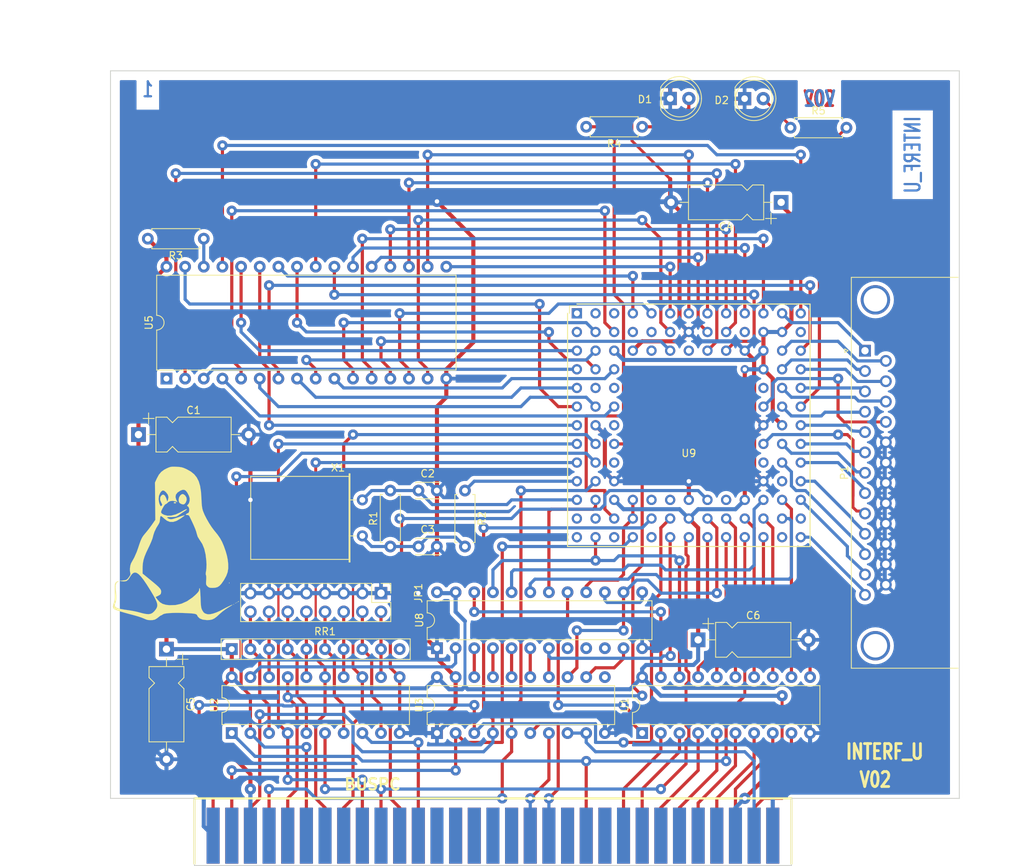
<source format=kicad_pcb>
(kicad_pcb (version 20220818) (generator pcbnew)
  (title_block (title "Demo") (rev "2.C") (company "Kicad"))
  (layers (0 "F.Cu" signal "top_copper") (31 "B.Cu" signal "bottom_copper") (34 "B.Paste" user) (35 "F.Paste" user) (36 "B.SilkS" user "B.Silkscreen") (37 "F.SilkS" user "F.Silkscreen") (38 "B.Mask" user) (39 "F.Mask" user) (44 "Edge.Cuts" user))
  (net 0 "")
  (net 1 "/8MH-OUT")
  (net 2 "/ACK")
  (net 3 "/AUTOFD-")
  (net 4 "/BIT0")
  (net 5 "/BIT1")
  (net 6 "/BIT2")
  (net 7 "/BIT3")
  (net 8 "/BIT4")
  (net 9 "/BIT5")
  (net 10 "/BIT6")
  (net 11 "/BIT7")
  (net 12 "/BUST+")
  (net 13 "/CLKLCA")
  (net 14 "/CS1-")
  (net 15 "/D0")
  (net 16 "/D1")
  (net 17 "/D2")
  (net 18 "/D3")
  (net 19 "/D4")
  (net 20 "/D5")
  (net 21 "/D6")
  (net 22 "/D7")
  (net 23 "/DIR")
  (net 24 "/DONE")
  (net 25 "/ENBBUF")
  (net 26 "/ERROR-")
  (net 27 "/INIT-")
  (net 28 "/LED1")
  (net 29 "/LED2")
  (net 30 "/MA0")
  (net 31 "/MA1")
  (net 32 "/MA10")
  (net 33 "/MA11")
  (net 34 "/MA12")
  (net 35 "/MA13")
  (net 36 "/MA14")
  (net 37 "/MA15")
  (net 38 "/MA16")
  (net 39 "/MA2")
  (net 40 "/MA3")
  (net 41 "/MA4")
  (net 42 "/MA5")
  (net 43 "/MA6")
  (net 44 "/MA7")
  (net 45 "/MA8")
  (net 46 "/MA9")
  (net 47 "/MATCHL")
  (net 48 "/MD0")
  (net 49 "/MD1")
  (net 50 "/MD2")
  (net 51 "/MD3")
  (net 52 "/MD4")
  (net 53 "/MD5")
  (net 54 "/MD6")
  (net 55 "/MD7")
  (net 56 "/OE-")
  (net 57 "/PC-A0")
  (net 58 "/PC-A1")
  (net 59 "/PC-A10")
  (net 60 "/PC-A11")
  (net 61 "/PC-A2")
  (net 62 "/PC-A3")
  (net 63 "/PC-A4")
  (net 64 "/PC-A5")
  (net 65 "/PC-A6")
  (net 66 "/PC-A7")
  (net 67 "/PC-A8")
  (net 68 "/PC-A9")
  (net 69 "/PC-AEN")
  (net 70 "/PC-DB0")
  (net 71 "/PC-DB1")
  (net 72 "/PC-DB2")
  (net 73 "/PC-DB3")
  (net 74 "/PC-DB4")
  (net 75 "/PC-DB5")
  (net 76 "/PC-DB6")
  (net 77 "/PC-DB7")
  (net 78 "/PC-IOR")
  (net 79 "/PC-IOW")
  (net 80 "/PC-RD")
  (net 81 "/PC-RST")
  (net 82 "/PC-WR")
  (net 83 "/PE+")
  (net 84 "/PROG-")
  (net 85 "/REF10")
  (net 86 "/REF11")
  (net 87 "/REF4")
  (net 88 "/REF5")
  (net 89 "/REF6")
  (net 90 "/REF7")
  (net 91 "/REF8")
  (net 92 "/REF9")
  (net 93 "/RSTL")
  (net 94 "/SEL_LPT")
  (net 95 "/SLCT+")
  (net 96 "/SLCTIN-")
  (net 97 "/STROBE")
  (net 98 "/WR-")
  (net 99 "/WR_REG")
  (net 100 "GND")
  (net 101 "VCC")
  (net 103 "Net-(C3-Pad1)")
  (net 137 "Net-(U9-P{slash}A3)")
  (net 138 "Net-(D1-A)")
  (net 139 "Net-(D2-A)")
  (net 140 "Net-(U5-CS2)")
  (net 143 "Net-(U3-Y3)")
  (net 144 "Net-(U3-Y2)")
  (net 145 "Net-(U3-Y1)")
  (net 146 "Net-(U3-Y0)")
  (footprint "Resistor_THT:R_Axial_DIN0207_L6.3mm_D2.5mm_P7.62mm_Horizontal" (layer "F.Cu") (at 171.958 42.037)
    (fp_text reference "R5")
    (fp_text value "330")
  )
  (footprint "Capacitor_THT:CP_Axial_L10.0mm_D4.5mm_P15.00mm_Horizontal" (layer "F.Cu") (at 159.385 111.76)
    (fp_text reference "C6")
    (fp_text value "47uF")
  )
  (footprint "Capacitor_THT:CP_Axial_L10.0mm_D4.5mm_P15.00mm_Horizontal" (layer "F.Cu") (at 86.995 113.03 -90)
    (fp_text reference "C5")
    (fp_text value "47uF")
  )
  (footprint "Capacitor_THT:CP_Axial_L10.0mm_D4.5mm_P15.00mm_Horizontal" (layer "F.Cu") (at 170.688 52.197 180)
    (fp_text reference "C4")
    (fp_text value "47uF")
  )
  (footprint "Capacitor_THT:CP_Axial_L10.0mm_D4.5mm_P15.00mm_Horizontal" (layer "F.Cu") (at 83.185 83.82)
    (fp_text reference "C1")
    (fp_text value "47uF")
  )
  (footprint "Capacitor_THT:C_Disc_D3.0mm_W2.0mm_P2.50mm" (layer "F.Cu") (at 121.305 91.44)
    (fp_text reference "C2")
    (fp_text value "47pF")
  )
  (footprint "Capacitor_THT:C_Disc_D3.0mm_W2.0mm_P2.50mm" (layer "F.Cu") (at 121.305 99.06)
    (fp_text reference "C3")
    (fp_text value "47pF")
  )
  (footprint "Connector_PinHeader_2.54mm:PinHeader_2x08_P2.54mm_Vertical" (layer "F.Cu") (at 116.205 105.41 -90)
    (fp_text reference "JP1")
    (fp_text value "CONN_8X2" hide)
  )
  (footprint "Package_DIP:DIP-20_W7.62mm" (layer "F.Cu") (at 151.765 124.46 90)
    (fp_text reference "U1")
    (fp_text value "74LS245")
  )
  (footprint "Package_DIP:DIP-20_W7.62mm" (layer "F.Cu") (at 95.885 124.46 90)
    (fp_text reference "U2")
    (fp_text value "74LS688")
  )
  (footprint "Package_DIP:DIP-20_W7.62mm" (layer "F.Cu") (at 123.825 124.46 90)
    (fp_text reference "U3")
    (fp_text value "74LS541")
  )
  (footprint "LOGO" (layer "F.Cu") (at 88.4 98.6)
    (fp_text reference "G1" hide)
    (fp_text value "Tux" hide)
  )
  (footprint "Package_DIP:DIP-32_W15.24mm" (layer "F.Cu") (at 86.995 76.2 90)
    (fp_text reference "U5")
    (fp_text value "628128")
  )
  (footprint "Package_DIP:DIP-24_W7.62mm" (layer "F.Cu") (at 123.825 112.903 90)
    (fp_text reference "U8")
    (fp_text value "EP600")
  )
  (footprint "Crystal:Crystal_HC18-U_Horizontal" (layer "F.Cu") (at 113.665 92.71 -90)
    (fp_text reference "X1")
    (fp_text value "8MHz")
  )
  (footprint "Resistor_THT:R_Axial_DIN0207_L6.3mm_D2.5mm_P7.62mm_Horizontal" (layer "F.Cu") (at 151.765 41.91 180)
    (fp_text reference "R4")
    (fp_text value "330")
  )
  (footprint "LED_THT:LED_D5.0mm" (layer "F.Cu") (at 155.58 38.06)
    (fp_text reference "D1")
    (fp_text value "LED")
  )
  (footprint "LED_THT:LED_D5.0mm" (layer "F.Cu") (at 165.71 38.08)
    (fp_text reference "D2")
    (fp_text value "LED")
  )
  (footprint "Connector_Dsub:DSUB-25_Female_Horizontal_P2.77x2.84mm_EdgePinOffset9.90mm_Housed_MountingHolesOffset11.32mm" (layer "F.Cu") (at 182.1 72.4 90)
    (fp_text reference "P1")
    (fp_text value "DB25FEMELLE")
  )
  (footprint "Resistor_THT:R_Array_SIP10" (layer "F.Cu") (at 95.885 113.03)
    (fp_text reference "RR1")
    (fp_text value "9x1K")
  )
  (footprint "interf_u:PGA120" (layer "F.Cu") (at 158.115 82.55 180)
    (fp_text reference "U9")
    (fp_text value "4003APG120")
  )
  (footprint "interf_u:BUS_PC" (layer "F.Cu") (at 131.445 138.43)
    (fp_text reference "BUS1" hide)
    (fp_text value "BUSPC")
  )
  (footprint "Resistor_THT:R_Axial_DIN0207_L6.3mm_D2.5mm_P7.62mm_Horizontal" (layer "F.Cu") (at 92.075 57.15 180)
    (fp_text reference "R3")
    (fp_text value "10K")
  )
  (footprint "Resistor_THT:R_Axial_DIN0207_L6.3mm_D2.5mm_P7.62mm_Horizontal" (layer "F.Cu") (at 127.635 91.44 -90)
    (fp_text reference "R2")
    (fp_text value "1K")
  )
  (footprint "Resistor_THT:R_Axial_DIN0207_L6.3mm_D2.5mm_P7.62mm_Horizontal" (layer "F.Cu") (at 117.475 99.06 90)
    (fp_text reference "R1")
    (fp_text value "100K")
  )
  (gr_line (start 172.085 133.35) (end 194.945 133.35) (stroke (width 0.127)) (layer "Edge.Cuts"))
  (gr_line (start 90.805 140.97) (end 90.805 142.494) (stroke (width 0.127)) (layer "Edge.Cuts"))
  (gr_line (start 79.375 133.35) (end 79.375 34.29) (stroke (width 0.127)) (layer "Edge.Cuts"))
  (gr_line (start 79.375 34.29) (end 194.945 34.29) (stroke (width 0.127)) (layer "Edge.Cuts"))
  (gr_line (start 194.945 133.35) (end 194.945 34.29) (stroke (width 0.127)) (layer "Edge.Cuts"))
  (gr_line (start 90.805 142.494) (end 172.085 142.494) (stroke (width 0.127)) (layer "Edge.Cuts"))
  (gr_line (start 90.805 133.35) (end 90.805 140.97) (stroke (width 0.127)) (layer "Edge.Cuts"))
  (gr_line (start 172.085 142.494) (end 172.085 133.35) (stroke (width 0.127)) (layer "Edge.Cuts"))
  (gr_line (start 90.805 133.35) (end 79.375 133.35) (stroke (width 0.127)) (layer "Edge.Cuts"))
  (gr_text "2" (at 81.915 39.37) (layer "F.Cu") (effects (font (size 2.032 1.524) (thickness 0.3048))))
  (gr_text "V02" (at 175.895 38.1) (layer "F.Cu") (effects (font (size 2.032 1.524) (thickness 0.381))))
  (gr_text "INTERF_U" (at 183.515 45.72 90) (layer "F.Cu") (effects (font (size 2.032 1.524) (thickness 0.3048))))
  (gr_text "V02" (at 175.895 38.1) (layer "B.Cu") (effects (font (size 2.032 1.524) (thickness 0.381)) (justify mirror)))
  (gr_text "1" (at 84.455 36.83) (layer "B.Cu") (effects (font (size 2.032 1.524) (thickness 0.3048)) (justify mirror)))
  (gr_text "INTERF_U" (at 188.595 45.72 90) (layer "B.Cu") (effects (font (size 2.032 1.524) (thickness 0.3048)) (justify mirror)))
  (gr_text "INTERF_U" (at 184.785 127) (layer "F.SilkS") (effects (font (size 2.032 1.524) (thickness 0.381))))
  (gr_text "V02" (at 183.515 130.81) (layer "F.SilkS") (effects (font (size 2.032 1.524) (thickness 0.381))))
  (segment (start 128.905 90.17) (end 142.875 90.17) (width 0.4318) (layer "B.Cu") (net 1))
  (segment (start 127.635 91.44) (end 128.905 90.17) (width 0.4318) (layer "B.Cu") (net 1))
  (segment (start 182.245 97.282) (end 180.34 95.377) (width 0.4318) (layer "B.Cu") (net 2))
  (segment (start 180.34 95.25) (end 180.34 95.377) (width 0.4318) (layer "B.Cu") (net 2))
  (segment (start 173.355 90.17) (end 175.26 90.17) (width 0.4318) (layer "B.Cu") (net 2))
  (segment (start 180.34 95.25) (end 175.26 90.17) (width 0.4318) (layer "B.Cu") (net 2))
  (segment (start 181.102 73.787) (end 184.785 73.787) (width 0.4318) (layer "B.Cu") (net 3))
  (segment (start 172.085 71.12) (end 178.435 71.12) (width 0.4318) (layer "B.Cu") (net 3))
  (segment (start 178.435 71.12) (end 181.102 73.787) (width 0.4318) (layer "B.Cu") (net 3))
  (segment (start 170.815 72.39) (end 172.085 71.12) (width 0.4318) (layer "B.Cu") (net 3))
  (segment (start 182.245 74.93) (end 182.245 75.184) (width 0.4318) (layer "B.Cu") (net 4))
  (segment (start 170.815 74.93) (end 172.085 73.66) (width 0.4318) (layer "B.Cu") (net 4))
  (segment (start 180.975 74.93) (end 182.245 74.93) (width 0.4318) (layer "B.Cu") (net 4))
  (segment (start 172.085 73.66) (end 179.705 73.66) (width 0.4318) (layer "B.Cu") (net 4))
  (segment (start 179.705 73.66) (end 180.975 74.93) (width 0.4318) (layer "B.Cu") (net 4))
  (segment (start 182.245 77.47) (end 182.245 77.851) (width 0.4318) (layer "B.Cu") (net 5))
  (segment (start 173.355 77.47) (end 182.245 77.47) (width 0.4318) (layer "B.Cu") (net 5))
  (segment (start 176.657 80.772) (end 182.245 80.772) (width 0.4318) (layer "B.Cu") (net 6))
  (segment (start 176.149 81.28) (end 176.657 80.772) (width 0.4318) (layer "B.Cu") (net 6))
  (segment (start 172.085 81.28) (end 176.149 81.28) (width 0.4318) (layer "B.Cu") (net 6))
  (segment (start 170.815 80.01) (end 172.085 81.28) (width 0.4318) (layer "B.Cu") (net 6))
  (segment (start 173.355 82.55) (end 179.578 82.55) (width 0.4318) (layer "B.Cu") (net 7))
  (segment (start 179.578 82.55) (end 180.34 83.312) (width 0.4318) (layer "B.Cu") (net 7))
  (segment (start 180.34 83.312) (end 182.245 83.439) (width 0.4318) (layer "B.Cu") (net 7))
  (segment (start 182.245 86.106) (end 182.245 86.233) (width 0.4318) (layer "B.Cu") (net 8))
  (segment (start 173.355 85.09) (end 179.578 85.09) (width 0.4318) (layer "B.Cu") (net 8))
  (segment (start 179.578 85.09) (end 180.594 86.106) (width 0.4318) (layer "B.Cu") (net 8))
  (segment (start 180.594 86.106) (end 182.245 86.106) (width 0.4318) (layer "B.Cu") (net 8))
  (segment (start 178.435 86.36) (end 180.975 88.9) (width 0.4318) (layer "B.Cu") (net 9))
  (segment (start 172.085 86.36) (end 178.435 86.36) (width 0.4318) (layer "B.Cu") (net 9))
  (segment (start 180.975 88.9) (end 182.245 88.9) (width 0.4318) (layer "B.Cu") (net 9))
  (segment (start 170.815 85.09) (end 172.085 86.36) (width 0.4318) (layer "B.Cu") (net 9))
  (segment (start 178.435 87.63) (end 182.245 91.44) (width 0.4318) (layer "B.Cu") (net 10))
  (segment (start 173.355 87.63) (end 178.435 87.63) (width 0.4318) (layer "B.Cu") (net 10))
  (segment (start 182.245 91.44) (end 182.245 91.694) (width 0.4318) (layer "B.Cu") (net 10))
  (segment (start 180.975 94.234) (end 181.774 94.234) (width 0.4) (layer "F.Cu") (net 11))
  (segment (start 179.705 83.82) (end 180.467 84.582) (width 0.4318) (layer "F.Cu") (net 11))
  (segment (start 180.467 84.582) (end 180.467 92.202) (width 0.4318) (layer "F.Cu") (net 11))
  (segment (start 181.774 94.234) (end 182.1 94.56) (width 0.4) (layer "F.Cu") (net 11))
  (segment (start 180.467 93.726) (end 180.975 94.234) (width 0.4) (layer "F.Cu") (net 11))
  (segment (start 180.467 92.202) (end 180.467 93.726) (width 0.4) (layer "F.Cu") (net 11))
  (segment (start 178.435 83.82) (end 179.705 83.82) (width 0.4318) (layer "F.Cu") (net 11))
  (via (at 178.435 83.82) (size 1.397) (drill 0.6) (layers "F.Cu" "B.Cu") (net 11))
  (segment (start 168.275 85.09) (end 169.545 83.82) (width 0.4318) (layer "B.Cu") (net 11))
  (segment (start 169.545 83.82) (end 178.435 83.82) (width 0.4318) (layer "B.Cu") (net 11))
  (segment (start 172.085 90.805) (end 172.72 91.44) (width 0.4318) (layer "B.Cu") (net 12))
  (segment (start 170.815 87.63) (end 172.085 88.9) (width 0.4318) (layer "B.Cu") (net 12))
  (segment (start 172.72 91.44) (end 173.99 91.44) (width 0.4318) (layer "B.Cu") (net 12))
  (segment (start 173.99 91.44) (end 182.245 99.695) (width 0.4318) (layer "B.Cu") (net 12))
  (segment (start 172.085 88.9) (end 172.085 90.805) (width 0.4318) (layer "B.Cu") (net 12))
  (segment (start 182.245 99.695) (end 182.245 99.949) (width 0.4318) (layer "B.Cu") (net 12))
  (segment (start 144.9705 103.632) (end 144.145 104.4575) (width 0.4318) (layer "F.Cu") (net 13))
  (segment (start 144.145 104.4575) (end 144.145 105.41) (width 0.4318) (layer "F.Cu") (net 13))
  (segment (start 150.495 92.71) (end 150.495 95.25) (width 0.4318) (layer "F.Cu") (net 13))
  (segment (start 150.495 95.25) (end 149.225 96.52) (width 0.4318) (layer "F.Cu") (net 13))
  (segment (start 149.225 96.52) (end 149.225 102.87) (width 0.4318) (layer "F.Cu") (net 13))
  (segment (start 149.225 102.87) (end 148.463 103.632) (width 0.4318) (layer "F.Cu") (net 13))
  (segment (start 148.463 103.632) (end 144.9705 103.632) (width 0.4318) (layer "F.Cu") (net 13))
  (segment (start 165.735 67.31) (end 165.735 58.42) (width 0.4318) (layer "F.Cu") (net 14))
  (via (at 165.735 58.42) (size 1.397) (drill 0.6) (layers "F.Cu" "B.Cu") (net 14))
  (segment (start 113.665 58.42) (end 112.395 59.69) (width 0.4318) (layer "B.Cu") (net 14))
  (segment (start 112.395 59.69) (end 112.395 60.96) (width 0.4318) (layer "B.Cu") (net 14))
  (segment (start 165.735 58.42) (end 113.665 58.42) (width 0.4318) (layer "B.Cu") (net 14))
  (segment (start 145.415 100.965) (end 145.415 97.79) (width 0.4318) (layer "F.Cu") (net 15))
  (segment (start 156.845 100.965) (end 156.845 116.84) (width 0.4318) (layer "F.Cu") (net 15))
  (via (at 156.845 100.965) (size 1.397) (drill 0.6) (layers "F.Cu" "B.Cu") (net 15))
  (via (at 145.415 100.965) (size 1.397) (drill 0.6) (layers "F.Cu" "B.Cu") (net 15))
  (segment (start 148.59 100.33) (end 156.21 100.33) (width 0.4318) (layer "B.Cu") (net 15))
  (segment (start 131.445 105.41) (end 131.445 102.235) (width 0.4318) (layer "B.Cu") (net 15))
  (segment (start 145.415 100.965) (end 147.955 100.965) (width 0.4318) (layer "B.Cu") (net 15))
  (segment (start 132.715 100.965) (end 145.415 100.965) (width 0.4318) (layer "B.Cu") (net 15))
  (segment (start 156.21 100.33) (end 156.845 100.965) (width 0.4318) (layer "B.Cu") (net 15))
  (segment (start 147.955 100.965) (end 148.59 100.33) (width 0.4318) (layer "B.Cu") (net 15))
  (segment (start 131.445 102.235) (end 132.715 100.965) (width 0.4318) (layer "B.Cu") (net 15))
  (segment (start 159.385 116.84) (end 159.385 115.57) (width 0.4318) (layer "F.Cu") (net 16))
  (segment (start 161.29 107.315) (end 160.655 106.68) (width 0.4318) (layer "F.Cu") (net 16))
  (segment (start 161.29 113.665) (end 161.29 107.315) (width 0.4318) (layer "F.Cu") (net 16))
  (segment (start 160.655 106.68) (end 160.655 97.79) (width 0.4318) (layer "F.Cu") (net 16))
  (segment (start 159.385 115.57) (end 161.29 113.665) (width 0.4318) (layer "F.Cu") (net 16))
  (segment (start 163.195 97.79) (end 163.195 114.3) (width 0.4318) (layer "F.Cu") (net 17))
  (segment (start 161.925 115.57) (end 161.925 116.84) (width 0.4318) (layer "F.Cu") (net 17))
  (segment (start 163.195 114.3) (end 161.925 115.57) (width 0.4318) (layer "F.Cu") (net 17))
  (segment (start 164.465 96.52) (end 164.465 116.84) (width 0.4318) (layer "F.Cu") (net 18))
  (segment (start 163.195 95.25) (end 164.465 96.52) (width 0.4318) (layer "F.Cu") (net 18))
  (segment (start 165.735 95.25) (end 167.005 96.52) (width 0.4318) (layer "F.Cu") (net 19))
  (segment (start 167.005 96.52) (end 167.005 116.84) (width 0.4318) (layer "F.Cu") (net 19))
  (segment (start 169.545 113.665) (end 169.545 116.84) (width 0.4318) (layer "F.Cu") (net 20))
  (segment (start 168.275 97.79) (end 168.275 112.395) (width 0.4318) (layer "F.Cu") (net 20))
  (segment (start 168.275 112.395) (end 169.545 113.665) (width 0.4318) (layer "F.Cu") (net 20))
  (segment (start 168.275 95.25) (end 169.545 96.52) (width 0.4318) (layer "F.Cu") (net 21))
  (segment (start 169.545 96.52) (end 169.545 111.76) (width 0.4318) (layer "F.Cu") (net 21))
  (segment (start 172.085 114.3) (end 172.085 116.84) (width 0.4318) (layer "F.Cu") (net 21))
  (segment (start 169.545 111.76) (end 172.085 114.3) (width 0.4318) (layer "F.Cu") (net 21))
  (segment (start 170.815 92.71) (end 172.085 93.98) (width 0.4318) (layer "F.Cu") (net 22))
  (segment (start 172.085 93.98) (end 172.085 112.395) (width 0.4318) (layer "F.Cu") (net 22))
  (segment (start 172.085 112.395) (end 174.625 114.935) (width 0.4318) (layer "F.Cu") (net 22))
  (segment (start 174.625 114.935) (end 174.625 116.84) (width 0.4318) (layer "F.Cu") (net 22))
  (segment (start 150.495 123.19) (end 151.765 124.46) (width 0.4318) (layer "F.Cu") (net 23))
  (segment (start 141.605 109.22) (end 140.335 110.49) (width 0.4318) (layer "F.Cu") (net 23))
  (segment (start 140.335 110.49) (end 140.335 120.65) (width 0.4318) (layer "F.Cu") (net 23))
  (segment (start 149.225 120.65) (end 150.495 121.92) (width 0.4318) (layer "F.Cu") (net 23))
  (segment (start 150.495 121.92) (end 150.495 123.19) (width 0.4318) (layer "F.Cu") (net 23))
  (segment (start 141.605 105.41) (end 141.605 109.22) (width 0.4318) (layer "F.Cu") (net 23))
  (via (at 140.335 120.65) (size 1.397) (drill 0.6) (layers "F.Cu" "B.Cu") (net 23))
  (via (at 149.225 120.65) (size 1.397) (drill 0.6) (layers "F.Cu" "B.Cu") (net 23))
  (segment (start 140.335 120.65) (end 149.225 120.65) (width 0.4318) (layer "B.Cu") (net 23))
  (segment (start 134.3025 102.235) (end 149.225 102.235) (width 0.4318) (layer "B.Cu") (net 24))
  (segment (start 154.305 101.6) (end 154.94 102.235) (width 0.4318) (layer "B.Cu") (net 24))
  (segment (start 166.37 102.235) (end 167.005 101.6) (width 0.4318) (layer "B.Cu") (net 24))
  (segment (start 154.94 102.235) (end 166.37 102.235) (width 0.4318) (layer "B.Cu") (net 24))
  (segment (start 133.985 105.41) (end 133.985 102.5525) (width 0.4318) (layer "B.Cu") (net 24))
  (segment (start 149.225 102.235) (end 149.86 101.6) (width 0.4318) (layer "B.Cu") (net 24))
  (segment (start 149.86 101.6) (end 154.305 101.6) (width 0.4318) (layer "B.Cu") (net 24))
  (segment (start 167.005 101.6) (end 167.005 93.98) (width 0.4318) (layer "B.Cu") (net 24))
  (segment (start 133.985 102.5525) (end 134.3025 102.235) (width 0.4318) (layer "B.Cu") (net 24))
  (segment (start 167.005 93.98) (end 168.275 92.71) (width 0.4318) (layer "B.Cu") (net 24))
  (segment (start 128.905 105.41) (end 128.905 107.95) (width 0.4318) (layer "F.Cu") (net 25))
  (segment (start 154.305 107.95) (end 154.305 116.84) (width 0.4318) (layer "F.Cu") (net 25))
  (via (at 128.905 107.95) (size 1.397) (drill 0.6) (layers "F.Cu" "B.Cu") (net 25))
  (via (at 154.305 107.95) (size 1.397) (drill 0.6) (layers "F.Cu" "B.Cu") (net 25))
  (segment (start 128.905 107.95) (end 154.305 107.95) (width 0.4318) (layer "B.Cu") (net 25))
  (segment (start 179.451 74.93) (end 181.102 76.581) (width 0.4318) (layer "B.Cu") (net 26))
  (segment (start 181.102 76.581) (end 184.785 76.581) (width 0.4318) (layer "B.Cu") (net 26))
  (segment (start 173.355 74.93) (end 179.451 74.93) (width 0.4318) (layer "B.Cu") (net 26))
  (segment (start 184.785 79.248) (end 184.785 79.2988) (width 0.4318) (layer "B.Cu") (net 27))
  (segment (start 181.229 79.248) (end 184.785 79.248) (width 0.4318) (layer "B.Cu") (net 27))
  (segment (start 180.721 78.74) (end 181.229 79.248) (width 0.4318) (layer "B.Cu") (net 27))
  (segment (start 172.085 78.74) (end 180.721 78.74) (width 0.4318) (layer "B.Cu") (net 27))
  (segment (start 170.815 77.47) (end 172.085 78.74) (width 0.4318) (layer "B.Cu") (net 27))
  (segment (start 146.685 91.44) (end 144.145 91.44) (width 0.4318) (layer "F.Cu") (net 28))
  (segment (start 147.955 64.77) (end 147.955 43.561) (width 0.4318) (layer "F.Cu") (net 28))
  (segment (start 149.225 81.28) (end 149.225 66.04) (width 0.4318) (layer "F.Cu") (net 28))
  (segment (start 146.304 41.91) (end 144.145 41.91) (width 0.4318) (layer "F.Cu") (net 28))
  (segment (start 149.225 66.04) (end 147.955 64.77) (width 0.4318) (layer "F.Cu") (net 28))
  (segment (start 144.145 91.44) (end 144.145 81.28) (width 0.4318) (layer "F.Cu") (net 28))
  (segment (start 147.955 43.561) (end 146.304 41.91) (width 0.4318) (layer "F.Cu") (net 28))
  (segment (start 146.685 93.98) (end 146.685 91.44) (width 0.4318) (layer "F.Cu") (net 28))
  (segment (start 147.955 95.25) (end 146.685 93.98) (width 0.4318) (layer "F.Cu") (net 28))
  (segment (start 144.145 81.28) (end 149.225 81.28) (width 0.4318) (layer "F.Cu") (net 28))
  (segment (start 175.895 45.72) (end 175.895 46.736) (width 0.381) (layer "F.Cu") (net 29))
  (segment (start 179.578 42.037) (end 175.895 45.72) (width 0.381) (layer "F.Cu") (net 29))
  (segment (start 175.895 77.47) (end 175.895 46.736) (width 0.4318) (layer "F.Cu") (net 29))
  (segment (start 173.355 80.01) (end 175.895 77.47) (width 0.4318) (layer "F.Cu") (net 29))
  (segment (start 113.665 57.15) (end 113.665 73.66) (width 0.4318) (layer "F.Cu") (net 30))
  (segment (start 114.935 74.93) (end 113.665 73.66) (width 0.4318) (layer "F.Cu") (net 30))
  (segment (start 114.935 76.2) (end 114.935 74.93) (width 0.4318) (layer "F.Cu") (net 30))
  (segment (start 168.275 67.31) (end 168.275 57.15) (width 0.4318) (layer "F.Cu") (net 30))
  (via (at 113.665 57.15) (size 1.397) (drill 0.6) (layers "F.Cu" "B.Cu") (net 30))
  (via (at 168.275 57.15) (size 1.397) (drill 0.6) (layers "F.Cu" "B.Cu") (net 30))
  (segment (start 168.275 57.15) (end 113.665 57.15) (width 0.4318) (layer "B.Cu") (net 30))
  (segment (start 111.125 73.66) (end 111.125 68.58) (width 0.4318) (layer "F.Cu") (net 31))
  (segment (start 112.395 76.2) (end 112.395 74.93) (width 0.4318) (layer "F.Cu") (net 31))
  (segment (start 112.395 74.93) (end 111.125 73.66) (width 0.4318) (layer "F.Cu") (net 31))
  (via (at 111.125 68.58) (size 1.397) (drill 0.6) (layers "F.Cu" "B.Cu") (net 31))
  (segment (start 144.145 68.58) (end 111.125 68.58) (width 0.4318) (layer "B.Cu") (net 31))
  (segment (start 145.415 69.85) (end 144.145 68.58) (width 0.4318) (layer "B.Cu") (net 31))
  (segment (start 163.195 72.39) (end 164.465 71.12) (width 0.4318) (layer "F.Cu") (net 32))
  (segment (start 164.465 71.12) (end 167.005 71.12) (width 0.4318) (layer "F.Cu") (net 32))
  (segment (start 109.855 64.77) (end 109.855 60.96) (width 0.4318) (layer "F.Cu") (net 32))
  (segment (start 167.005 71.12) (end 167.005 64.77) (width 0.4318) (layer "F.Cu") (net 32))
  (via (at 109.855 64.77) (size 1.397) (drill 0.6) (layers "F.Cu" "B.Cu") (net 32))
  (via (at 167.005 64.77) (size 1.397) (drill 0.6) (layers "F.Cu" "B.Cu") (net 32))
  (segment (start 167.005 64.77) (end 109.855 64.77) (width 0.4318) (layer "B.Cu") (net 32))
  (segment (start 145.415 74.93) (end 144.145 73.66) (width 0.4318) (layer "F.Cu") (net 33))
  (segment (start 139.065 71.12) (end 139.065 69.85) (width 0.4318) (layer "F.Cu") (net 33))
  (segment (start 104.775 68.58) (end 104.775 60.96) (width 0.4318) (layer "F.Cu") (net 33))
  (segment (start 141.605 73.66) (end 139.065 71.12) (width 0.4318) (layer "F.Cu") (net 33))
  (segment (start 144.145 73.66) (end 141.605 73.66) (width 0.4318) (layer "F.Cu") (net 33))
  (via (at 104.775 68.58) (size 1.397) (drill 0.6) (layers "F.Cu" "B.Cu") (net 33))
  (via (at 139.065 69.85) (size 1.397) (drill 0.6) (layers "F.Cu" "B.Cu") (net 33))
  (segment (start 106.045 69.85) (end 104.775 68.58) (width 0.4318) (layer "B.Cu") (net 33))
  (segment (start 139.065 69.85) (end 106.045 69.85) (width 0.4318) (layer "B.Cu") (net 33))
  (segment (start 99.695 81.28) (end 94.615 76.2) (width 0.4318) (layer "B.Cu") (net 34))
  (segment (start 146.685 81.28) (end 99.695 81.28) (width 0.4318) (layer "B.Cu") (net 34))
  (segment (start 147.955 80.01) (end 146.685 81.28) (width 0.4318) (layer "B.Cu") (net 34))
  (segment (start 97.155 68.58) (end 97.155 60.96) (width 0.4318) (layer "F.Cu") (net 35))
  (via (at 97.155 68.58) (size 1.397) (drill 0.6) (layers "F.Cu" "B.Cu") (net 35))
  (segment (start 97.155 69.85) (end 97.155 68.58) (width 0.4318) (layer "B.Cu") (net 35))
  (segment (start 99.695 72.39) (end 97.155 69.85) (width 0.4318) (layer "B.Cu") (net 35))
  (segment (start 142.875 72.39) (end 99.695 72.39) (width 0.4318) (layer "B.Cu") (net 35))
  (segment (start 142.875 74.93) (end 93.345 74.93) (width 0.4318) (layer "B.Cu") (net 36))
  (segment (start 93.345 74.93) (end 92.075 76.2) (width 0.4318) (layer "B.Cu") (net 36))
  (segment (start 140.335 80.01) (end 142.875 80.01) (width 0.4318) (layer "F.Cu") (net 37))
  (segment (start 137.795 66.04) (end 137.795 77.47) (width 0.4318) (layer "F.Cu") (net 37))
  (segment (start 137.795 77.47) (end 140.335 80.01) (width 0.4318) (layer "F.Cu") (net 37))
  (via (at 137.795 66.04) (size 1.397) (drill 0.6) (layers "F.Cu" "B.Cu") (net 37))
  (segment (start 89.535 60.96) (end 89.535 65.405) (width 0.4318) (layer "B.Cu") (net 37))
  (segment (start 137.795 66.04) (end 90.17 66.04) (width 0.4318) (layer "B.Cu") (net 37))
  (segment (start 90.17 66.04) (end 89.535 65.405) (width 0.4318) (layer "B.Cu") (net 37))
  (segment (start 88.265 73.66) (end 89.535 74.93) (width 0.4318) (layer "F.Cu") (net 38))
  (segment (start 161.925 71.12) (end 160.655 72.39) (width 0.4318) (layer "F.Cu") (net 38))
  (segment (start 161.925 48.26) (end 161.925 71.12) (width 0.4318) (layer "F.Cu") (net 38))
  (segment (start 89.535 74.93) (end 89.535 76.2) (width 0.4318) (layer "F.Cu") (net 38))
  (segment (start 88.265 48.26) (end 88.265 73.66) (width 0.4318) (layer "F.Cu") (net 38))
  (via (at 161.925 48.26) (size 1.397) (drill 0.6) (layers "F.Cu" "B.Cu") (net 38))
  (via (at 88.265 48.26) (size 1.397) (drill 0.6) (layers "F.Cu" "B.Cu") (net 38))
  (segment (start 161.925 48.26) (end 88.265 48.26) (width 0.4318) (layer "B.Cu") (net 38))
  (segment (start 111.125 77.47) (end 109.855 76.2) (width 0.4318) (layer "B.Cu") (net 39))
  (segment (start 132.715 77.47) (end 111.125 77.47) (width 0.4318) (layer "B.Cu") (net 39))
  (segment (start 146.685 76.2) (end 133.985 76.2) (width 0.4318) (layer "B.Cu") (net 39))
  (segment (start 147.955 74.93) (end 146.685 76.2) (width 0.4318) (layer "B.Cu") (net 39))
  (segment (start 133.985 76.2) (end 132.715 77.47) (width 0.4318) (layer "B.Cu") (net 39))
  (segment (start 107.315 76.2) (end 107.315 74.93) (width 0.4318) (layer "F.Cu") (net 40))
  (segment (start 107.315 74.93) (end 106.045 73.66) (width 0.4318) (layer "F.Cu") (net 40))
  (via (at 106.045 73.66) (size 1.397) (drill 0.6) (layers "F.Cu" "B.Cu") (net 40))
  (segment (start 144.145 73.66) (end 106.045 73.66) (width 0.4318) (layer "B.Cu") (net 40))
  (segment (start 145.415 72.39) (end 144.145 73.66) (width 0.4318) (layer "B.Cu") (net 40))
  (segment (start 142.875 77.47) (end 135.255 77.47) (width 0.4318) (layer "B.Cu") (net 41))
  (segment (start 133.985 78.74) (end 107.315 78.74) (width 0.4318) (layer "B.Cu") (net 41))
  (segment (start 107.315 78.74) (end 104.775 76.2) (width 0.4318) (layer "B.Cu") (net 41))
  (segment (start 135.255 77.47) (end 133.985 78.74) (width 0.4318) (layer "B.Cu") (net 41))
  (segment (start 102.235 76.2) (end 102.235 74.93) (width 0.4318) (layer "F.Cu") (net 42))
  (segment (start 100.965 73.66) (end 100.965 63.5) (width 0.4318) (layer "F.Cu") (net 42))
  (segment (start 174.625 71.12) (end 173.355 72.39) (width 0.4318) (layer "F.Cu") (net 42))
  (segment (start 174.625 63.5) (end 174.625 71.12) (width 0.4318) (layer "F.Cu") (net 42))
  (segment (start 102.235 74.93) (end 100.965 73.66) (width 0.4318) (layer "F.Cu") (net 42))
  (via (at 174.625 63.5) (size 1.397) (drill 0.6) (layers "F.Cu" "B.Cu") (net 42))
  (via (at 100.965 63.5) (size 1.397) (drill 0.6) (layers "F.Cu" "B.Cu") (net 42))
  (segment (start 100.965 63.5) (end 174.625 63.5) (width 0.4318) (layer "B.Cu") (net 42))
  (segment (start 136.525 78.74) (end 135.255 80.01) (width 0.4318) (layer "B.Cu") (net 43))
  (segment (start 99.695 77.47) (end 99.695 76.2) (width 0.4318) (layer "B.Cu") (net 43))
  (segment (start 145.415 80.01) (end 144.145 78.74) (width 0.4318) (layer "B.Cu") (net 43))
  (segment (start 144.145 78.74) (end 136.525 78.74) (width 0.4318) (layer "B.Cu") (net 43))
  (segment (start 135.255 80.01) (end 102.235 80.01) (width 0.4318) (layer "B.Cu") (net 43))
  (segment (start 102.235 80.01) (end 99.695 77.47) (width 0.4318) (layer "B.Cu") (net 43))
  (segment (start 97.155 74.93) (end 95.885 73.66) (width 0.4318) (layer "F.Cu") (net 44))
  (segment (start 95.885 53.34) (end 95.885 73.66) (width 0.4318) (layer "F.Cu") (net 44))
  (segment (start 97.155 76.2) (end 97.155 74.93) (width 0.4318) (layer "F.Cu") (net 44))
  (segment (start 146.685 68.58) (end 146.685 53.34) (width 0.4318) (layer "F.Cu") (net 44))
  (segment (start 147.955 69.85) (end 146.685 68.58) (width 0.4318) (layer "F.Cu") (net 44))
  (via (at 95.885 53.34) (size 1.397) (drill 0.6) (layers "F.Cu" "B.Cu") (net 44))
  (via (at 146.685 53.34) (size 1.397) (drill 0.6) (layers "F.Cu" "B.Cu") (net 44))
  (segment (start 146.685 53.34) (end 95.885 53.34) (width 0.4318) (layer "B.Cu") (net 44))
  (segment (start 100.965 82.55) (end 100.965 74.93) (width 0.4318) (layer "F.Cu") (net 45))
  (segment (start 100.965 74.93) (end 99.695 73.66) (width 0.4318) (layer "F.Cu") (net 45))
  (segment (start 99.695 73.66) (end 99.695 60.96) (width 0.4318) (layer "F.Cu") (net 45))
  (via (at 100.965 82.55) (size 1.397) (drill 0.6) (layers "F.Cu" "B.Cu") (net 45))
  (segment (start 142.875 82.55) (end 100.965 82.55) (width 0.4318) (layer "B.Cu") (net 45))
  (segment (start 150.495 67.31) (end 150.495 62.23) (width 0.4318) (layer "F.Cu") (net 46))
  (via (at 150.495 62.23) (size 1.397) (drill 0.6) (layers "F.Cu" "B.Cu") (net 46))
  (segment (start 103.505 62.23) (end 102.235 60.96) (width 0.4318) (layer "B.Cu") (net 46))
  (segment (start 150.495 62.23) (end 103.505 62.23) (width 0.4318) (layer "B.Cu") (net 46))
  (segment (start 98.425 116.84) (end 99.822 115.443) (width 0.4318) (layer "B.Cu") (net 47))
  (segment (start 126.365 114.935) (end 126.365 113.03) (width 0.4318) (layer "B.Cu") (net 47))
  (segment (start 99.822 115.443) (end 125.857 115.443) (width 0.4318) (layer "B.Cu") (net 47))
  (segment (start 125.857 115.443) (end 126.365 114.935) (width 0.4318) (layer "B.Cu") (net 47))
  (segment (start 116.205 73.66) (end 116.205 71.12) (width 0.4318) (layer "F.Cu") (net 48))
  (segment (start 117.475 76.2) (end 117.475 74.93) (width 0.4318) (layer "F.Cu") (net 48))
  (segment (start 117.475 74.93) (end 116.205 73.66) (width 0.4318) (layer "F.Cu") (net 48))
  (via (at 116.205 71.12) (size 1.397) (drill 0.6) (layers "F.Cu" "B.Cu") (net 48))
  (segment (start 154.305 71.12) (end 116.205 71.12) (width 0.4318) (layer "B.Cu") (net 48))
  (segment (start 155.575 72.39) (end 154.305 71.12) (width 0.4318) (layer "B.Cu") (net 48))
  (segment (start 120.015 74.93) (end 118.745 73.66) (width 0.4318) (layer "F.Cu") (net 49))
  (segment (start 120.015 76.2) (end 120.015 74.93) (width 0.4318) (layer "F.Cu") (net 49))
  (segment (start 118.745 67.31) (end 118.745 73.66) (width 0.4318) (layer "F.Cu") (net 49))
  (via (at 118.745 67.31) (size 1.397) (drill 0.6) (layers "F.Cu" "B.Cu") (net 49))
  (segment (start 139.065 67.31) (end 118.745 67.31) (width 0.4318) (layer "B.Cu") (net 49))
  (segment (start 151.765 66.04) (end 140.335 66.04) (width 0.4318) (layer "B.Cu") (net 49))
  (segment (start 153.035 67.31) (end 151.765 66.04) (width 0.4318) (layer "B.Cu") (net 49))
  (segment (start 140.335 66.04) (end 139.065 67.31) (width 0.4318) (layer "B.Cu") (net 49))
  (segment (start 121.285 73.66) (end 121.285 54.61) (width 0.4318) (layer "F.Cu") (net 50))
  (segment (start 122.555 74.93) (end 121.285 73.66) (width 0.4318) (layer "F.Cu") (net 50))
  (segment (start 122.555 76.2) (end 122.555 74.93) (width 0.4318) (layer "F.Cu") (net 50))
  (segment (start 155.575 69.85) (end 154.305 68.58) (width 0.4318) (layer "F.Cu") (net 50))
  (segment (start 154.305 57.15) (end 151.765 54.61) (width 0.4318) (layer "F.Cu") (net 50))
  (segment (start 154.305 68.58) (end 154.305 57.15) (width 0.4318) (layer "F.Cu") (net 50))
  (via (at 151.765 54.61) (size 1.397) (drill 0.6) (layers "F.Cu" "B.Cu") (net 50))
  (via (at 121.285 54.61) (size 1.397) (drill 0.6) (layers "F.Cu" "B.Cu") (net 50))
  (segment (start 121.285 54.61) (end 151.765 54.61) (width 0.4318) (layer "B.Cu") (net 50))
  (segment (start 155.575 67.31) (end 155.575 60.96) (width 0.4318) (layer "F.Cu") (net 51))
  (via (at 155.575 60.96) (size 1.397) (drill 0.6) (layers "F.Cu" "B.Cu") (net 51))
  (segment (start 155.575 60.96) (end 125.095 60.96) (width 0.4318) (layer "B.Cu") (net 51))
  (segment (start 158.115 67.31) (end 158.115 45.72) (width 0.4318) (layer "F.Cu") (net 52))
  (segment (start 122.555 60.96) (end 122.555 45.72) (width 0.4318) (layer "F.Cu") (net 52))
  (via (at 122.555 45.72) (size 1.397) (drill 0.6) (layers "F.Cu" "B.Cu") (net 52))
  (via (at 158.115 45.72) (size 1.397) (drill 0.6) (layers "F.Cu" "B.Cu") (net 52))
  (segment (start 158.115 45.72) (end 122.555 45.72) (width 0.4318) (layer "B.Cu") (net 52))
  (segment (start 120.015 60.96) (end 120.015 49.53) (width 0.4318) (layer "F.Cu") (net 53))
  (segment (start 160.655 67.31) (end 160.655 49.53) (width 0.4318) (layer "F.Cu") (net 53))
  (via (at 160.655 49.53) (size 1.397) (drill 0.6) (layers "F.Cu" "B.Cu") (net 53))
  (via (at 120.015 49.53) (size 1.397) (drill 0.6) (layers "F.Cu" "B.Cu") (net 53))
  (segment (start 120.015 49.53) (end 160.655 49.53) (width 0.4318) (layer "B.Cu") (net 53))
  (segment (start 163.195 67.31) (end 163.195 55.88) (width 0.4318) (layer "F.Cu") (net 54))
  (segment (start 117.475 60.96) (end 117.475 55.88) (width 0.4318) (layer "F.Cu") (net 54))
  (via (at 117.475 55.88) (size 1.397) (drill 0.6) (layers "F.Cu" "B.Cu") (net 54))
  (via (at 163.195 55.88) (size 1.397) (drill 0.6) (layers "F.Cu" "B.Cu") (net 54))
  (segment (start 117.475 55.88) (end 163.195 55.88) (width 0.4318) (layer "B.Cu") (net 54))
  (segment (start 160.655 69.85) (end 159.385 68.58) (width 0.4318) (layer "F.Cu") (net 55))
  (segment (start 159.385 68.58) (end 159.385 59.69) (width 0.4318) (layer "F.Cu") (net 55))
  (via (at 159.385 59.69) (size 1.397) (drill 0.6) (layers "F.Cu" "B.Cu") (net 55))
  (segment (start 116.205 59.69) (end 114.935 60.96) (width 0.4318) (layer "B.Cu") (net 55))
  (segment (start 159.385 59.69) (end 116.205 59.69) (width 0.4318) (layer "B.Cu") (net 55))
  (segment (start 107.315 46.99) (end 107.315 60.96) (width 0.4318) (layer "F.Cu") (net 56))
  (segment (start 163.195 69.85) (end 164.465 68.58) (width 0.4318) (layer "F.Cu") (net 56))
  (segment (start 164.465 68.58) (end 164.465 46.99) (width 0.4318) (layer "F.Cu") (net 56))
  (via (at 107.315 46.99) (size 1.397) (drill 0.6) (layers "F.Cu" "B.Cu") (net 56))
  (via (at 164.465 46.99) (size 1.397) (drill 0.6) (layers "F.Cu" "B.Cu") (net 56))
  (segment (start 164.465 46.99) (end 107.315 46.99) (width 0.4318) (layer "B.Cu") (net 56))
  (segment (start 153.035 125.73) (end 149.225 125.73) (width 0.4318) (layer "F.Cu") (net 57))
  (segment (start 128.905 124.46) (end 128.905 120.65) (width 0.4318) (layer "F.Cu") (net 57))
  (segment (start 91.44 125.222) (end 91.44 120.65) (width 0.4318) (layer "F.Cu") (net 57))
  (segment (start 93.345 127.127) (end 91.44 125.222) (width 0.4318) (layer "F.Cu") (net 57))
  (segment (start 155.575 95.25) (end 154.305 96.52) (width 0.4318) (layer "F.Cu") (net 57))
  (segment (start 93.345 138.43) (end 93.345 127.127) (width 0.4318) (layer "F.Cu") (net 57))
  (segment (start 154.305 96.52) (end 154.305 105.41) (width 0.4318) (layer "F.Cu") (net 57))
  (segment (start 154.305 105.41) (end 153.035 106.68) (width 0.4318) (layer "F.Cu") (net 57))
  (segment (start 153.035 106.68) (end 153.035 125.73) (width 0.4318) (layer "F.Cu") (net 57))
  (via (at 149.225 125.73) (size 1.397) (drill 0.6) (layers "F.Cu" "B.Cu") (net 57))
  (via (at 91.44 120.65) (size 1.397) (drill 0.635) (layers "F.Cu" "B.Cu") (net 57))
  (via (at 128.905 120.65) (size 1.397) (drill 0.6) (layers "F.Cu" "B.Cu") (net 57))
  (segment (start 102.944166 120.764312) (end 102.829854 120.65) (width 0.4318) (layer "B.Cu") (net 57))
  (segment (start 91.44 120.65) (end 102.829854 120.65) (width 0.4318) (layer "B.Cu") (net 57))
  (segment (start 104.180146 120.65) (end 104.065834 120.764312) (width 0.4318) (layer "B.Cu") (net 57))
  (segment (start 130.175 123.19) (end 128.905 124.46) (width 0.4318) (layer "B.Cu") (net 57))
  (segment (start 149.225 125.73) (end 145.415 125.73) (width 0.4318) (layer "B.Cu") (net 57))
  (segment (start 145.415 125.73) (end 145.415 123.19) (width 0.4318) (layer "B.Cu") (net 57))
  (segment (start 128.905 120.65) (end 104.180146 120.65) (width 0.4318) (layer "B.Cu") (net 57))
  (segment (start 145.415 123.19) (end 130.175 123.19) (width 0.4318) (layer "B.Cu") (net 57))
  (segment (start 104.065834 120.764312) (end 102.944166 120.764312) (width 0.4318) (layer "B.Cu") (net 57))
  (segment (start 132.715 125.73) (end 127.635 125.73) (width 0.4318) (layer "F.Cu") (net 58))
  (segment (start 127.635 125.73) (end 126.365 124.46) (width 0.4318) (layer "F.Cu") (net 58))
  (segment (start 95.885 129.54) (end 95.885 138.43) (width 0.4318) (layer "F.Cu") (net 58))
  (segment (start 126.365 124.46) (end 126.365 129.54) (width 0.4318) (layer "F.Cu") (net 58))
  (segment (start 132.715 99.06) (end 132.715 125.73) (width 0.4318) (layer "F.Cu") (net 58))
  (via (at 126.365 129.54) (size 1.397) (drill 0.6) (layers "F.Cu" "B.Cu") (net 58))
  (via (at 95.885 129.54) (size 1.397) (drill 0.6) (layers "F.Cu" "B.Cu") (net 58))
  (via (at 132.715 99.06) (size 1.397) (drill 0.6) (layers "F.Cu" "B.Cu") (net 58))
  (segment (start 150.495 97.79) (end 149.225 99.06) (width 0.4318) (layer "B.Cu") (net 58))
  (segment (start 126.365 129.54) (end 95.885 129.54) (width 0.4318) (layer "B.Cu") (net 58))
  (segment (start 149.225 99.06) (end 132.715 99.06) (width 0.4318) (layer "B.Cu") (net 58))
  (segment (start 117.475 115.57) (end 118.745 116.84) (width 0.4318) (layer "F.Cu") (net 59))
  (segment (start 118.745 134.62) (end 117.475 133.35) (width 0.4318) (layer "F.Cu") (net 59))
  (segment (start 118.999 108.966) (end 117.475 110.49) (width 0.4318) (layer "F.Cu") (net 59))
  (segment (start 117.475 133.35) (end 117.475 123.19) (width 0.4318) (layer "F.Cu") (net 59))
  (segment (start 117.475 110.49) (end 117.475 115.57) (width 0.4318) (layer "F.Cu") (net 59))
  (segment (start 118.745 138.43) (end 118.745 134.62) (width 0.4318) (layer "F.Cu") (net 59))
  (segment (start 118.745 121.92) (end 118.745 116.84) (width 0.4318) (layer "F.Cu") (net 59))
  (segment (start 117.475 123.19) (end 118.745 121.92) (width 0.4318) (layer "F.Cu") (net 59))
  (segment (start 118.745 95.25) (end 118.999 95.504) (width 0.4318) (layer "F.Cu") (net 59))
  (segment (start 118.999 95.504) (end 118.999 108.966) (width 0.4318) (layer "F.Cu") (net 59))
  (via (at 118.745 95.25) (size 1.397) (drill 0.6) (layers "F.Cu" "B.Cu") (net 59))
  (segment (start 146.685 93.345) (end 146.05 93.98) (width 0.4318) (layer "B.Cu") (net 59))
  (segment (start 146.685 92.075) (end 146.685 93.345) (width 0.4318) (layer "B.Cu") (net 59))
  (segment (start 159.385 91.44) (end 147.32 91.44) (width 0.4318) (layer "B.Cu") (net 59))
  (segment (start 146.05 93.98) (end 135.255 93.98) (width 0.4318) (layer "B.Cu") (net 59))
  (segment (start 147.32 91.44) (end 146.685 92.075) (width 0.4318) (layer "B.Cu") (net 59))
  (segment (start 135.255 93.98) (end 133.985 95.25) (width 0.4318) (layer "B.Cu") (net 59))
  (segment (start 160.655 92.71) (end 159.385 91.44) (width 0.4318) (layer "B.Cu") (net 59))
  (segment (start 133.985 95.25) (end 118.745 95.25) (width 0.4318) (layer "B.Cu") (net 59))
  (segment (start 121.285 138.43) (end 121.285 125.73) (width 0.4318) (layer "F.Cu") (net 60))
  (via (at 121.285 125.73) (size 1.397) (drill 0.6) (layers "F.Cu" "B.Cu") (net 60))
  (segment (start 121.285 125.73) (end 114.935 125.73) (width 0.4318) (layer "B.Cu") (net 60))
  (segment (start 114.935 125.73) (end 113.665 124.46) (width 0.4318) (layer "B.Cu") (net 60))
  (segment (start 99.695 121.92) (end 99.695 133.35) (width 0.4318) (layer "F.Cu") (net 61))
  (segment (start 130.175 96.52) (end 130.175 121.285) (width 0.4318) (layer "F.Cu") (net 61))
  (segment (start 98.425 134.62) (end 98.425 138.43) (width 0.4318) (layer "F.Cu") (net 61))
  (segment (start 130.175 121.285) (end 131.445 122.555) (width 0.4318) (layer "F.Cu") (net 61))
  (segment (start 131.445 122.555) (end 131.445 124.46) (width 0.4318) (layer "F.Cu") (net 61))
  (segment (start 99.695 133.35) (end 98.425 134.62) (width 0.4318) (layer "F.Cu") (net 61))
  (via (at 130.175 96.52) (size 1.397) (drill 0.6) (layers "F.Cu" "B.Cu") (net 61))
  (via (at 99.695 121.92) (size 1.397) (drill 0.6) (layers "F.Cu" "B.Cu") (net 61))
  (segment (start 151.765 96.52) (end 130.175 96.52) (width 0.4318) (layer "B.Cu") (net 61))
  (segment (start 111.125 121.92) (end 99.695 121.92) (width 0.4318) (layer "B.Cu") (net 61))
  (segment (start 113.665 127) (end 112.395 125.73) (width 0.4318) (layer "B.Cu") (net 61))
  (segment (start 131.445 124.46) (end 131.445 125.73) (width 0.4318) (layer "B.Cu") (net 61))
  (segment (start 112.395 123.19) (end 111.125 121.92) (width 0.4318) (layer "B.Cu") (net 61))
  (segment (start 153.035 95.25) (end 151.765 96.52) (width 0.4318) (layer "B.Cu") (net 61))
  (segment (start 130.175 127) (end 113.665 127) (width 0.4318) (layer "B.Cu") (net 61))
  (segment (start 131.445 125.73) (end 130.175 127) (width 0.4318) (layer "B.Cu") (net 61))
  (segment (start 112.395 125.73) (end 112.395 123.19) (width 0.4318) (layer "B.Cu") (net 61))
  (segment (start 133.985 124.46) (end 133.985 121.285) (width 0.4318) (layer "F.Cu") (net 62))
  (segment (start 133.985 127) (end 132.715 128.27) (width 0.4318) (layer "F.Cu") (net 62))
  (segment (start 133.985 124.46) (end 133.985 127) (width 0.4318) (layer "F.Cu") (net 62))
  (segment (start 132.715 128.27) (end 132.715 133.35) (width 0.4318) (layer "F.Cu") (net 62))
  (segment (start 135.255 120.015) (end 135.255 91.44) (width 0.4318) (layer "F.Cu") (net 62))
  (segment (start 100.965 132.08) (end 100.965 138.43) (width 0.4318) (layer "F.Cu") (net 62))
  (segment (start 133.985 121.285) (end 135.255 120.015) (width 0.4318) (layer "F.Cu") (net 62))
  (via (at 135.255 91.44) (size 1.397) (drill 0.6) (layers "F.Cu" "B.Cu") (net 62))
  (via (at 132.715 133.35) (size 1.397) (drill 0.6) (layers "F.Cu" "B.Cu") (net 62))
  (via (at 100.965 132.08) (size 1.397) (drill 0.6) (layers "F.Cu" "B.Cu") (net 62))
  (segment (start 132.715 133.35) (end 107.315 133.35) (width 0.4318) (layer "B.Cu") (net 62))
  (segment (start 106.045 132.08) (end 100.965 132.08) (width 0.4318) (layer "B.Cu") (net 62))
  (segment (start 135.255 91.44) (end 144.145 91.44) (width 0.4318) (layer "B.Cu") (net 62))
  (segment (start 107.315 133.35) (end 106.045 132.08) (width 0.4318) (layer "B.Cu") (net 62))
  (segment (start 144.145 91.44) (end 145.415 90.17) (width 0.4318) (layer "B.Cu") (net 62))
  (segment (start 151.765 85.4075) (end 151.4475 85.09) (width 0.4318) (layer "F.Cu") (net 63))
  (segment (start 103.505 116.84) (end 103.505 119.59591) (width 0.4318) (layer "F.Cu") (net 63))
  (segment (start 103.505 138.43) (end 103.505 133.35) (width 0.4318) (layer "F.Cu") (net 63))
  (segment (start 103.505 133.35) (end 104.775 132.08) (width 0.4318) (layer "F.Cu") (net 63))
  (segment (start 151.4475 85.09) (end 147.955 85.09) (width 0.4318) (layer "F.Cu") (net 63))
  (segment (start 103.505 119.59591) (end 104.775 120.86591) (width 0.4318) (layer "F.Cu") (net 63))
  (segment (start 150.495 118.11) (end 150.495 102.87) (width 0.4318) (layer "F.Cu") (net 63))
  (segment (start 151.765 119.38) (end 150.495 118.11) (width 0.4318) (layer "F.Cu") (net 63))
  (segment (start 104.775 132.08) (end 104.775 120.86591) (width 0.4318) (layer "F.Cu") (net 63))
  (segment (start 151.765 101.6) (end 151.765 85.4075) (width 0.4318) (layer "F.Cu") (net 63))
  (segment (start 150.495 102.87) (end 151.765 101.6) (width 0.4318) (layer "F.Cu") (net 63))
  (via (at 151.765 119.38) (size 1.397) (drill 0.6) (layers "F.Cu" "B.Cu") (net 63))
  (via (at 103.505 119.59591) (size 1.397) (drill 0.635) (layers "F.Cu" "B.Cu") (net 63))
  (segment (start 103.72091 119.38) (end 103.505 119.59591) (width 0.4318) (layer "B.Cu") (net 63))
  (segment (start 151.765 119.38) (end 103.72091 119.38) (width 0.4318) (layer "B.Cu") (net 63))
  (segment (start 106.045 138.43) (end 106.045 126.365) (width 0.4318) (layer "F.Cu") (net 64))
  (segment (start 97.155 110.236) (end 97.155 118.11) (width 0.4318) (layer "F.Cu") (net 64))
  (segment (start 97.155 118.11) (end 98.425 119.38) (width 0.4318) (layer "F.Cu") (net 64))
  (segment (start 98.425 119.38) (end 98.425 124.46) (width 0.4318) (layer "F.Cu") (net 64))
  (segment (start 96.52 109.601) (end 97.155 110.236) (width 0.4318) (layer "F.Cu") (net 64))
  (segment (start 96.52 89.535) (end 96.52 109.601) (width 0.4318) (layer "F.Cu") (net 64))
  (via (at 96.52 89.535) (size 1.397) (drill 0.6) (layers "F.Cu" "B.Cu") (net 64))
  (via (at 106.045 126.365) (size 1.397) (drill 0.6) (layers "F.Cu" "B.Cu") (net 64))
  (segment (start 105.41 86.36) (end 144.145 86.36) (width 0.4318) (layer "B.Cu") (net 64))
  (segment (start 105.41 86.36) (end 102.235 89.535) (width 0.4318) (layer "B.Cu") (net 64))
  (segment (start 100.33 126.365) (end 98.425 124.46) (width 0.4318) (layer "B.Cu") (net 64))
  (segment (start 144.145 86.36) (end 145.415 87.63) (width 0.4318) (layer "B.Cu") (net 64))
  (segment (start 102.235 89.535) (end 96.52 89.535) (width 0.4318) (layer "B.Cu") (net 64))
  (segment (start 106.045 126.365) (end 100.33 126.365) (width 0.4318) (layer "B.Cu") (net 64))
  (segment (start 108.585 115.57) (end 108.585 116.84) (width 0.4318) (layer "F.Cu") (net 65))
  (segment (start 107.315 87.63) (end 107.315 103.886) (width 0.4) (layer "F.Cu") (net 65))
  (segment (start 107.315 133.35) (end 107.315 123.19) (width 0.4318) (layer "F.Cu") (net 65))
  (segment (start 107.315 109.601) (end 107.315 114.3) (width 0.4) (layer "F.Cu") (net 65))
  (segment (start 108.585 138.43) (end 108.585 134.62) (width 0.4318) (layer "F.Cu") (net 65))
  (segment (start 107.315 123.19) (end 108.585 121.92) (width 0.4318) (layer "F.Cu") (net 65))
  (segment (start 108.585 121.92) (end 108.585 116.84) (width 0.4318) (layer "F.Cu") (net 65))
  (segment (start 107.315 103.886) (end 107.315 109.601) (width 0.3) (layer "F.Cu") (net 65))
  (segment (start 108.585 134.62) (end 107.315 133.35) (width 0.4318) (layer "F.Cu") (net 65))
  (segment (start 107.315 114.3) (end 108.585 115.57) (width 0.4318) (layer "F.Cu") (net 65))
  (via (at 107.315 87.63) (size 1.397) (drill 0.6) (layers "F.Cu" "B.Cu") (net 65))
  (segment (start 142.875 87.63) (end 107.315 87.63) (width 0.4318) (layer "B.Cu") (net 65))
  (segment (start 112.395 133.35) (end 112.395 123.19) (width 0.4318) (layer "F.Cu") (net 66))
  (segment (start 112.395 83.82) (end 111.125 85.09) (width 0.4318) (layer "F.Cu") (net 66))
  (segment (start 111.125 85.09) (end 111.125 100.33) (width 0.4318) (layer "F.Cu") (net 66))
  (segment (start 111.125 100.33) (end 112.395 101.6) (width 0.4318) (layer "F.Cu") (net 66))
  (segment (start 111.125 138.43) (end 111.125 134.62) (width 0.4318) (layer "F.Cu") (net 66))
  (segment (start 112.395 109.601) (end 112.395 115.57) (width 0.381) (layer "F.Cu") (net 66))
  (segment (start 113.665 121.92) (end 113.665 116.84) (width 0.4318) (layer "F.Cu") (net 66))
  (segment (start 112.395 101.6) (end 112.395 103.886) (width 0.381) (layer "F.Cu") (net 66))
  (segment (start 112.395 115.57) (end 113.665 116.84) (width 0.4318) (layer "F.Cu") (net 66))
  (segment (start 112.395 123.19) (end 113.665 121.92) (width 0.4318) (layer "F.Cu") (net 66))
  (segment (start 111.125 134.62) (end 112.395 133.35) (width 0.4318) (layer "F.Cu") (net 66))
  (segment (start 112.395 103.886) (end 112.395 109.601) (width 0.3) (layer "F.Cu") (net 66))
  (via (at 112.395 83.82) (size 1.397) (drill 0.6) (layers "F.Cu" "B.Cu") (net 66))
  (segment (start 145.415 85.09) (end 144.145 83.82) (width 0.4318) (layer "B.Cu") (net 66))
  (segment (start 144.145 83.82) (end 112.395 83.82) (width 0.4318) (layer "B.Cu") (net 66))
  (segment (start 103.505 130.81) (end 103.505 124.46) (width 0.4318) (layer "F.Cu") (net 67))
  (segment (start 113.665 138.43) (end 113.665 130.81) (width 0.4318) (layer "F.Cu") (net 67))
  (segment (start 102.235 109.601) (end 102.235 123.19) (width 0.4) (layer "F.Cu") (net 67))
  (segment (start 102.235 103.886) (end 102.235 109.601) (width 0.3) (layer "F.Cu") (net 67))
  (segment (start 102.235 85.09) (end 102.235 103.886) (width 0.4) (layer "F.Cu") (net 67))
  (segment (start 102.235 123.19) (end 103.505 124.46) (width 0.4318) (layer "F.Cu") (net 67))
  (via (at 102.235 85.09) (size 1.397) (drill 0.6) (layers "F.Cu" "B.Cu") (net 67))
  (via (at 113.665 130.81) (size 1.397) (drill 0.6) (layers "F.Cu" "B.Cu") (net 67))
  (via (at 103.505 130.81) (size 1.397) (drill 0.6) (layers "F.Cu" "B.Cu") (net 67))
  (segment (start 102.235 85.09) (end 142.875 85.09) (width 0.4318) (layer "B.Cu") (net 67))
  (segment (start 113.665 130.81) (end 103.505 130.81) (width 0.4318) (layer "B.Cu") (net 67))
  (segment (start 157.734 98.171) (end 158.115 97.79) (width 0.4318) (layer "F.Cu") (net 68))
  (segment (start 157.734 125.450454) (end 158.114901 125.069553) (width 0.4318) (layer "F.Cu") (net 68))
  (segment (start 108.585 132.08) (end 108.585 124.46) (width 0.4318) (layer "F.Cu") (net 68))
  (segment (start 116.205 138.43) (end 116.205 132.08) (width 0.4318) (layer "F.Cu") (net 68))
  (segment (start 157.734 117.830454) (end 158.114901 117.449553) (width 0.4318) (layer "F.Cu") (net 68))
  (segment (start 158.013401 101.525833) (end 158.013401 100.404167) (width 0.4318) (layer "F.Cu") (net 68))
  (segment (start 158.013401 100.404167) (end 157.734 100.124766) (width 0.4318) (layer "F.Cu") (net 68))
  (segment (start 158.114901 117.449553) (end 158.114901 116.230447) (width 0.4) (layer "F.Cu") (net 68))
  (segment (start 158.114901 116.230447) (end 157.734 115.849546) (width 0.4318) (layer "F.Cu") (net 68))
  (segment (start 157.734 101.805234) (end 158.013401 101.525833) (width 0.4318) (layer "F.Cu") (net 68))
  (segment (start 157.734 115.849546) (end 157.734 101.805234) (width 0.4318) (layer "F.Cu") (net 68))
  (segment (start 158.114901 123.850447) (end 157.734 123.469546) (width 0.4318) (layer "F.Cu") (net 68))
  (segment (start 157.734 100.124766) (end 157.734 98.171) (width 0.4318) (layer "F.Cu") (net 68))
  (segment (start 157.734 123.469546) (end 157.734 117.830454) (width 0.4) (layer "F.Cu") (net 68))
  (segment (start 158.114901 125.069553) (end 158.114901 123.850447) (width 0.4318) (layer "F.Cu") (net 68))
  (segment (start 157.734 128.651) (end 157.734 125.450454) (width 0.4318) (layer "F.Cu") (net 68))
  (segment (start 154.305 132.08) (end 157.734 128.651) (width 0.4318) (layer "F.Cu") (net 68))
  (via (at 154.305 132.08) (size 1.397) (drill 0.6) (layers "F.Cu" "B.Cu") (net 68))
  (via (at 116.205 132.08) (size 1.397) (drill 0.6) (layers "F.Cu" "B.Cu") (net 68))
  (via (at 108.585 132.08) (size 1.397) (drill 0.6) (layers "F.Cu" "B.Cu") (net 68))
  (segment (start 116.205 132.08) (end 108.585 132.08) (width 0.4318) (layer "B.Cu") (net 68))
  (segment (start 116.205 132.08) (end 154.305 132.08) (width 0.4318) (layer "B.Cu") (net 68))
  (segment (start 163.195 121.92) (end 165.735 119.38) (width 0.4318) (layer "F.Cu") (net 69))
  (segment (start 163.195 128.27) (end 163.195 121.92) (width 0.4318) (layer "F.Cu") (net 69))
  (segment (start 165.735 119.38) (end 165.735 97.79) (width 0.4) (layer "F.Cu") (net 69))
  (segment (start 144.145 128.27) (end 144.145 138.43) (width 0.4318) (layer "F.Cu") (net 69))
  (via (at 144.145 128.27) (size 1.397) (drill 0.6) (layers "F.Cu" "B.Cu") (net 69))
  (via (at 163.195 128.27) (size 1.397) (drill 0.6) (layers "F.Cu" "B.Cu") (net 69))
  (segment (start 144.145 128.27) (end 163.195 128.27) (width 0.4318) (layer "B.Cu") (net 69))
  (segment (start 99.06 127.635) (end 113.03 127.635) (width 0.4318) (layer "B.Cu") (net 69))
  (segment (start 113.665 128.27) (end 144.145 128.27) (width 0.4318) (layer "B.Cu") (net 69))
  (segment (start 113.03 127.635) (end 113.665 128.27) (width 0.4318) (layer "B.Cu") (net 69))
  (segment (start 95.885 124.46) (end 99.06 127.635) (width 0.4318) (layer "B.Cu") (net 69))
  (segment (start 149.225 138.43) (end 149.225 132.08) (width 0.4318) (layer "F.Cu") (net 70))
  (segment (start 149.225 132.08) (end 154.305 127) (width 0.4318) (layer "F.Cu") (net 70))
  (segment (start 154.305 127) (end 154.305 124.46) (width 0.4318) (layer "F.Cu") (net 70))
  (segment (start 156.845 127) (end 156.845 124.46) (width 0.4318) (layer "F.Cu") (net 71))
  (segment (start 151.765 138.43) (end 151.765 132.08) (width 0.4318) (layer "F.Cu") (net 71))
  (segment (start 151.765 132.08) (end 156.845 127) (width 0.4318) (layer "F.Cu") (net 71))
  (segment (start 154.305 138.43) (end 154.305 134.62) (width 0.4318) (layer "F.Cu") (net 72))
  (segment (start 154.305 134.62) (end 159.385 129.54) (width 0.4318) (layer "F.Cu") (net 72))
  (segment (start 159.385 129.54) (end 159.385 124.46) (width 0.4318) (layer "F.Cu") (net 72))
  (segment (start 156.845 134.62) (end 161.925 129.54) (width 0.4318) (layer "F.Cu") (net 73))
  (segment (start 161.925 129.54) (end 161.925 124.46) (width 0.4318) (layer "F.Cu") (net 73))
  (segment (start 156.845 138.43) (end 156.845 134.62) (width 0.4318) (layer "F.Cu") (net 73))
  (segment (start 159.385 133.985) (end 164.465 128.905) (width 0.4318) (layer "F.Cu") (net 74))
  (segment (start 159.385 138.43) (end 159.385 133.985) (width 0.4318) (layer "F.Cu") (net 74))
  (segment (start 164.465 128.905) (end 164.465 124.46) (width 0.4318) (layer "F.Cu") (net 74))
  (segment (start 161.925 133.35) (end 167.005 128.27) (width 0.4318) (layer "F.Cu") (net 75))
  (segment (start 161.925 138.43) (end 161.925 133.35) (width 0.4318) (layer "F.Cu") (net 75))
  (segment (start 167.005 128.27) (end 167.005 124.46) (width 0.4318) (layer "F.Cu") (net 75))
  (segment (start 169.545 124.46) (end 169.545 127) (width 0.4318) (layer "F.Cu") (net 76))
  (segment (start 164.465 132.08) (end 164.465 138.43) (width 0.4318) (layer "F.Cu") (net 76))
  (segment (start 169.545 127) (end 164.465 132.08) (width 0.4318) (layer "F.Cu") (net 76))
  (segment (start 172.085 132.08) (end 172.085 124.46) (width 0.4318) (layer "F.Cu") (net 77))
  (segment (start 170.815 133.35) (end 172.085 132.08) (width 0.4318) (layer "F.Cu") (net 77))
  (segment (start 168.275 133.35) (end 170.815 133.35) (width 0.4318) (layer "F.Cu") (net 77))
  (segment (start 167.005 134.62) (end 168.275 133.35) (width 0.4318) (layer "F.Cu") (net 77))
  (segment (start 167.005 138.43) (end 167.005 134.62) (width 0.4318) (layer "F.Cu") (net 77))
  (segment (start 136.525 133.35) (end 139.065 130.81) (width 0.4318) (layer "F.Cu") (net 78))
  (segment (start 139.065 130.81) (end 139.065 124.46) (width 0.4318) (layer "F.Cu") (net 78))
  (via (at 136.525 133.35) (size 1.397) (drill 0.6) (layers "F.Cu" "B.Cu") (net 78))
  (segment (start 136.525 138.43) (end 136.525 133.35) (width 0.4318) (layer "B.Cu") (net 78))
  (segment (start 139.065 133.35) (end 140.335 132.08) (width 0.4318) (layer "F.Cu") (net 79))
  (segment (start 137.795 123.19) (end 136.525 124.46) (width 0.4318) (layer "F.Cu") (net 79))
  (segment (start 140.335 123.19) (end 137.795 123.19) (width 0.4318) (layer "F.Cu") (net 79))
  (segment (start 140.335 132.08) (end 140.335 123.19) (width 0.4318) (layer "F.Cu") (net 79))
  (via (at 139.065 133.35) (size 1.397) (drill 0.6) (layers "F.Cu" "B.Cu") (net 79))
  (segment (start 139.065 138.43) (end 139.065 133.35) (width 0.4318) (layer "B.Cu") (net 79))
  (segment (start 161.925 96.52) (end 160.655 95.25) (width 0.4318) (layer "F.Cu") (net 80))
  (segment (start 161.925 105.41) (end 161.925 96.52) (width 0.4318) (layer "F.Cu") (net 80))
  (segment (start 142.875 115.57) (end 141.605 116.84) (width 0.4318) (layer "F.Cu") (net 80))
  (segment (start 142.875 110.49) (end 142.875 115.57) (width 0.4318) (layer "F.Cu") (net 80))
  (segment (start 149.225 105.41) (end 149.225 110.49) (width 0.4318) (layer "F.Cu") (net 80))
  (via (at 142.875 110.49) (size 1.397) (drill 0.6) (layers "F.Cu" "B.Cu") (net 80))
  (via (at 161.925 105.41) (size 1.397) (drill 0.6) (layers "F.Cu" "B.Cu") (net 80))
  (via (at 149.225 110.49) (size 1.397) (drill 0.6) (layers "F.Cu" "B.Cu") (net 80))
  (segment (start 149.225 110.49) (end 142.875 110.49) (width 0.4318) (layer "B.Cu") (net 80))
  (segment (start 149.225 105.41) (end 151.003 103.632) (width 0.4318) (layer "B.Cu") (net 80))
  (segment (start 151.003 103.632) (end 152.527 103.632) (width 0.4318) (layer "B.Cu") (net 80))
  (segment (start 154.305 105.41) (end 161.925 105.41) (width 0.4318) (layer "B.Cu") (net 80))
  (segment (start 152.527 103.632) (end 154.305 105.41) (width 0.4318) (layer "B.Cu") (net 80))
  (segment (start 144.145 125.73) (end 144.145 124.46) (width 0.4318) (layer "B.Cu") (net 81))
  (segment (start 144.145 124.46) (end 141.605 124.46) (width 0.4318) (layer "B.Cu") (net 81))
  (segment (start 145.415 127) (end 144.145 125.73) (width 0.4318) (layer "B.Cu") (net 81))
  (segment (start 165.735 127) (end 145.415 127) (width 0.4318) (layer "B.Cu") (net 81))
  (segment (start 167.005 138.43) (end 167.005 128.27) (width 0.4318) (layer "B.Cu") (net 81))
  (segment (start 167.005 128.27) (end 165.735 127) (width 0.4318) (layer "B.Cu") (net 81))
  (segment (start 155.575 113.895609) (end 155.636481 113.95709) (width 0.4318) (layer "F.Cu") (net 82))
  (segment (start 139.065 116.84) (end 139.065 113.03) (width 0.4318) (layer "F.Cu") (net 82))
  (segment (start 155.575 97.79) (end 155.575 113.895609) (width 0.4318) (layer "F.Cu") (net 82))
  (via (at 155.636481 113.95709) (size 1.397) (drill 0.635) (layers "F.Cu" "B.Cu") (net 82))
  (segment (start 154.648653 113.95709) (end 155.636481 113.95709) (width 0.4318) (layer "B.Cu") (net 82))
  (segment (start 139.065 113.9825) (end 139.357189 114.274689) (width 0.4318) (layer "B.Cu") (net 82))
  (segment (start 154.331054 114.274689) (end 154.648653 113.95709) (width 0.4318) (layer "B.Cu") (net 82))
  (segment (start 139.065 113.03) (end 139.065 113.9825) (width 0.4318) (layer "B.Cu") (net 82))
  (segment (start 139.357189 114.274689) (end 154.331054 114.274689) (width 0.4318) (layer "B.Cu") (net 82))
  (segment (start 179.705 99.06) (end 179.705 100.33) (width 0.4318) (layer "B.Cu") (net 83))
  (segment (start 179.705 100.33) (end 182.245 102.743) (width 0.4318) (layer "B.Cu") (net 83))
  (segment (start 173.355 92.71) (end 179.705 99.06) (width 0.4318) (layer "B.Cu") (net 83))
  (segment (start 137.16 103.505) (end 149.86 103.505) (width 0.4318) (layer "B.Cu") (net 84))
  (segment (start 136.525 105.41) (end 136.525 104.14) (width 0.4318) (layer "B.Cu") (net 84))
  (segment (start 149.86 103.505) (end 150.495 102.87) (width 0.4318) (layer "B.Cu") (net 84))
  (segment (start 171.7675 95.25) (end 170.815 95.25) (width 0.4318) (layer "B.Cu") (net 84))
  (segment (start 172.085 103.1875) (end 172.085 95.5675) (width 0.4318) (layer "B.Cu") (net 84))
  (segment (start 171.7675 103.505) (end 172.085 103.1875) (width 0.4318) (layer "B.Cu") (net 84))
  (segment (start 136.525 104.14) (end 137.16 103.505) (width 0.4318) (layer "B.Cu") (net 84))
  (segment (start 172.085 95.5675) (end 171.7675 95.25) (width 0.4318) (layer "B.Cu") (net 84))
  (segment (start 153.67 102.87) (end 154.305 103.505) (width 0.4318) (layer "B.Cu") (net 84))
  (segment (start 154.305 103.505) (end 171.7675 103.505) (width 0.4318) (layer "B.Cu") (net 84))
  (segment (start 150.495 102.87) (end 153.67 102.87) (width 0.4318) (layer "B.Cu") (net 84))
  (segment (start 116.205 113.03) (end 116.205 107.95) (width 0.4318) (layer "F.Cu") (net 85))
  (segment (start 116.205 116.84) (end 116.205 113.03) (width 0.4318) (layer "F.Cu") (net 85))
  (segment (start 114.935 114.3) (end 114.935 119.38) (width 0.4318) (layer "F.Cu") (net 86))
  (segment (start 113.665 113.03) (end 113.665 107.95) (width 0.4318) (layer "F.Cu") (net 86))
  (segment (start 113.665 113.03) (end 114.935 114.3) (width 0.4318) (layer "F.Cu") (net 86))
  (segment (start 116.205 120.65) (end 116.205 124.46) (width 0.4318) (layer "F.Cu") (net 86))
  (segment (start 114.935 119.38) (end 116.205 120.65) (width 0.4318) (layer "F.Cu") (net 86))
  (segment (start 100.965 107.95) (end 100.965 113.03) (width 0.4318) (layer "F.Cu") (net 87))
  (segment (start 100.965 113.03) (end 100.965 116.84) (width 0.4318) (layer "F.Cu") (net 87))
  (segment (start 98.425 113.03) (end 99.695 114.3) (width 0.4318) (layer "F.Cu") (net 88))
  (segment (start 100.965 120.65) (end 100.965 124.46) (width 0.4318) (layer "F.Cu") (net 88))
  (segment (start 99.695 119.38) (end 100.965 120.65) (width 0.4318) (layer "F.Cu") (net 88))
  (segment (start 99.695 114.3) (end 99.695 119.38) (width 0.4318) (layer "F.Cu") (net 88))
  (segment (start 98.425 113.03) (end 98.425 107.95) (width 0.4318) (layer "F.Cu") (net 88))
  (segment (start 106.045 113.03) (end 106.045 107.95) (width 0.4318) (layer "F.Cu") (net 89))
  (segment (start 106.045 116.84) (end 106.045 113.03) (width 0.4318) (layer "F.Cu") (net 89))
  (segment (start 111.125 113.03) (end 111.125 107.95) (width 0.4318) (layer "F.Cu") (net 90))
  (segment (start 111.125 116.84) (end 111.125 113.03) (width 0.4318) (layer "F.Cu") (net 90))
  (segment (start 103.505 113.03) (end 104.775 114.3) (width 0.4318) (layer "F.Cu") (net 91))
  (segment (start 104.775 114.3) (end 104.775 119.38) (width 0.4318) (layer "F.Cu") (net 91))
  (segment (start 103.505 113.03) (end 103.505 107.95) (width 0.4318) (layer "F.Cu") (net 91))
  (segment (start 104.775 119.38) (end 106.045 120.65) (width 0.4318) (layer "F.Cu") (net 91))
  (segment (start 106.045 120.65) (end 106.045 124.46) (width 0.4318) (layer "F.Cu") (net 91))
  (segment (start 108.585 113.03) (end 108.585 107.95) (width 0.4318) (layer "F.Cu") (net 92))
  (segment (start 109.855 114.3) (end 109.855 119.38) (width 0.4318) (layer "F.Cu") (net 92))
  (segment (start 111.125 120.65) (end 111.125 124.46) (width 0.4318) (layer "F.Cu") (net 92))
  (segment (start 108.585 113.03) (end 109.855 114.3) (width 0.4318) (layer "F.Cu") (net 92))
  (segment (start 109.855 119.38) (end 111.125 120.65) (width 0.4318) (layer "F.Cu") (net 92))
  (segment (start 149.225 114.3) (end 147.955 115.57) (width 0.4318) (layer "F.Cu") (net 93))
  (segment (start 145.415 115.57) (end 144.145 116.84) (width 0.4318) (layer "F.Cu") (net 93))
  (segment (start 149.225 113.03) (end 149.225 114.3) (width 0.4318) (layer "F.Cu") (net 93))
  (segment (start 147.955 115.57) (end 145.415 115.57) (width 0.4318) (layer "F.Cu") (net 93))
  (segment (start 145.415 93.6625) (end 145.415 92.71) (width 0.4318) (layer "F.Cu") (net 94))
  (segment (start 145.0975 93.98) (end 145.415 93.6625) (width 0.4318) (layer "F.Cu") (net 94))
  (segment (start 139.3825 93.98) (end 145.0975 93.98) (width 0.4318) (layer "F.Cu") (net 94))
  (segment (start 139.065 105.41) (end 139.065 94.2975) (width 0.4318) (layer "F.Cu") (net 94))
  (segment (start 139.065 94.2975) (end 139.3825 93.98) (width 0.4318) (layer "F.Cu") (net 94))
  (segment (start 173.355 97.79) (end 174.625 97.79) (width 0.4318) (layer "B.Cu") (net 95))
  (segment (start 182.245 105.41) (end 182.245 105.537) (width 0.4318) (layer "B.Cu") (net 95))
  (segment (start 174.625 97.79) (end 182.245 105.41) (width 0.4318) (layer "B.Cu") (net 95))
  (segment (start 178.435 76.2) (end 178.435 81.28) (width 0.4318) (layer "F.Cu") (net 96))
  (segment (start 179.25 82.095) (end 179.07 81.915) (width 0.4) (layer "F.Cu") (net 96))
  (segment (start 178.435 81.28) (end 179.07 81.915) (width 0.4318) (layer "F.Cu") (net 96))
  (segment (start 184.94 82.095) (end 179.25 82.095) (width 0.4) (layer "F.Cu") (net 96))
  (via (at 178.435 76.2) (size 1.397) (drill 0.6) (layers "F.Cu" "B.Cu") (net 96))
  (segment (start 169.545 76.835) (end 170.18 76.2) (width 0.4318) (layer "B.Cu") (net 96))
  (segment (start 168.275 80.01) (end 169.545 78.74) (width 0.4318) (layer "B.Cu") (net 96))
  (segment (start 170.18 76.2) (end 178.435 76.2) (width 0.4318) (layer "B.Cu") (net 96))
  (segment (start 169.545 78.74) (end 169.545 76.835) (width 0.4318) (layer "B.Cu") (net 96))
  (segment (start 172.085 68.58) (end 178.435 68.58) (width 0.4318) (layer "B.Cu") (net 97))
  (segment (start 170.815 67.31) (end 172.085 68.58) (width 0.4318) (layer "B.Cu") (net 97))
  (segment (start 178.435 68.58) (end 182.245 72.39) (width 0.4318) (layer "B.Cu") (net 97))
  (segment (start 173.355 67.31) (end 173.355 45.72) (width 0.4318) (layer "F.Cu") (net 98))
  (segment (start 94.615 60.96) (end 94.615 44.45) (width 0.4318) (layer "F.Cu") (net 98))
  (via (at 94.615 44.45) (size 1.397) (drill 0.6) (layers "F.Cu" "B.Cu") (net 98))
  (via (at 173.355 45.72) (size 1.397) (drill 0.6) (layers "F.Cu" "B.Cu") (net 98))
  (segment (start 161.925 45.72) (end 160.655 44.45) (width 0.4318) (layer "B.Cu") (net 98))
  (segment (start 160.655 44.45) (end 94.615 44.45) (width 0.4318) (layer "B.Cu") (net 98))
  (segment (start 173.355 45.72) (end 161.925 45.72) (width 0.4318) (layer "B.Cu") (net 98))
  (segment (start 151.765 106.3625) (end 151.765 105.41) (width 0.4318) (layer "B.Cu") (net 99))
  (segment (start 151.4475 106.68) (end 151.765 106.3625) (width 0.4318) (layer "B.Cu") (net 99))
  (segment (start 146.685 106.3625) (end 147.0025 106.68) (width 0.4318) (layer "B.Cu") (net 99))
  (segment (start 147.0025 106.68) (end 151.4475 106.68) (width 0.4318) (layer "B.Cu") (net 99))
  (segment (start 146.685 105.41) (end 146.685 106.3625) (width 0.4318) (layer "B.Cu") (net 99))
  (segment (start 151.765 71.12) (end 156.845 71.12) (width 0.5588) (layer "F.Cu") (net 100))
  (segment (start 150.495 72.39) (end 151.765 71.12) (width 0.5588) (layer "F.Cu") (net 100))
  (segment (start 156.2 36.01) (end 155.575 36.635) (width 0.5588) (layer "F.Cu") (net 100))
  (segment (start 167.005 81.28) (end 168.275 82.55) (width 0.5588) (layer "F.Cu") (net 100))
  (segment (start 167.005 83.82) (end 168.275 82.55) (width 0.5588) (layer "F.Cu") (net 100))
  (segment (start 123.825 80.01) (end 123.825 91.44) (width 0.5588) (layer "F.Cu") (net 100))
  (segment (start 123.825 124.46) (end 123.825 123.19) (width 0.5588) (layer "F.Cu") (net 100))
  (segment (start 165.735 38.1) (end 160.655 38.1) (width 0.5588) (layer "F.Cu") (net 100))
  (segment (start 158.115 69.85) (end 156.845 68.58) (width 0.5588) (layer "F.Cu") (net 100))
  (segment (start 150.368 43.815) (end 155.575 49.022) (width 0.381) (layer "F.Cu") (net 100))
  (segment (start 155.575 49.022) (end 155.575 52.07) (width 0.5588) (layer "F.Cu") (net 100))
  (segment (start 121.285 110.49) (end 123.825 113.03) (width 0.5588) (layer "F.Cu") (net 100))
  (segment (start 146.685 83.82) (end 146.685 88.9) (width 0.5588) (layer "F.Cu") (net 100))
  (segment (start 123.825 102.87) (end 121.285 105.41) (width 0.5588) (layer "F.Cu") (net 100))
  (segment (start 121.285 105.41) (end 121.285 110.49) (width 0.5588) (layer "F.Cu") (net 100))
  (segment (start 128.778 57.023) (end 123.825 52.07) (width 0.5588) (layer "F.Cu") (net 100))
  (segment (start 125.095 78.74) (end 123.825 80.01) (width 0.5588) (layer "F.Cu") (net 100))
  (segment (start 128.778 71.247) (end 128.778 57.023) (width 0.5588) (layer "F.Cu") (net 100))
  (segment (start 125.095 76.2) (end 125.095 74.93) (width 0.5588) (layer "F.Cu") (net 100))
  (segment (start 155.58 38.06) (end 152.44 38.06) (width 0.381) (layer "F.Cu") (net 100))
  (segment (start 156.845 53.34) (end 155.575 52.07) (width 0.5588) (layer "F.Cu") (net 100))
  (segment (start 123.825 123.19) (end 126.365 120.65) (width 0.5588) (layer "F.Cu") (net 100))
  (segment (start 156.845 68.58) (end 156.845 53.34) (width 0.5588) (layer "F.Cu") (net 100))
  (segment (start 123.825 99.06) (end 123.825 91.44) (width 0.5588) (layer "F.Cu") (net 100))
  (segment (start 126.365 120.65) (end 126.365 116.84) (width 0.5588) (layer "F.Cu") (net 100))
  (segment (start 150.368 40.132) (end 150.368 43.815) (width 0.381) (layer "F.Cu") (net 100))
  (segment (start 160.08 36.54) (end 159.55 36.01) (width 0.5588) (layer "F.Cu") (net 100))
  (segment (start 160.08 37.525) (end 160.08 36.54) (width 0.5588) (layer "F.Cu") (net 100))
  (segment (start 158.115 90.17) (end 158.115 92.71) (width 0.5588) (layer "F.Cu") (net 100))
  (segment (start 125.095 74.93) (end 128.778 71.247) (width 0.5588) (layer "F.Cu") (net 100))
  (segment (start 155.575 36.635) (end 155.575 38.1) (width 0.5588) (layer "F.Cu") (net 100))
  (segment (start 123.825 114.3) (end 126.365 116.84) (width 0.5588) (layer "F.Cu") (net 100))
  (segment (start 98.425 92.71) (end 98.425 83.82) (width 0.5588) (layer "F.Cu") (net 100))
  (segment (start 168.275 90.17) (end 167.005 88.9) (width 0.5588) (layer "F.Cu") (net 100))
  (segment (start 123.825 113.03) (end 123.825 114.3) (width 0.5588) (layer "F.Cu") (net 100))
  (segment (start 167.005 73.66) (end 167.005 81.28) (width 0.5588) (layer "F.Cu") (net 100))
  (segment (start 167.005 88.9) (end 167.005 83.82) (width 0.5588) (layer "F.Cu") (net 100))
  (segment (start 160.655 38.1) (end 160.08 37.525) (width 0.5588) (layer "F.Cu") (net 100))
  (segment (start 146.685 88.9) (end 147.955 90.17) (width 0.5588) (layer "F.Cu") (net 100))
  (segment (start 152.44 38.06) (end 150.368 40.132) (width 0.381) (layer "F.Cu") (net 100))
  (segment (start 123.825 99.06) (end 123.825 102.87) (width 0.5588) (layer "F.Cu") (net 100))
  (segment (start 145.415 82.55) (end 146.685 83.82) (width 0.5588) (layer "F.Cu") (net 100))
  (segment (start 156.845 71.12) (end 158.115 69.85) (width 0.5588) (layer "F.Cu") (net 100))
  (segment (start 159.55 36.01) (end 156.2 36.01) (width 0.5588) (layer "F.Cu") (net 100))
  (segment (start 125.095 76.2) (end 125.095 78.74) (width 0.5588) (layer "F.Cu") (net 100))
  (segment (start 165.735 72.39) (end 167.005 73.66) (width 0.5588) (layer "F.Cu") (net 100))
  (via (at 123.825 52.07) (size 1.524) (drill 0.6) (layers "F.Cu" "B.Cu") (net 100))
  (via (at 121.285 105.41) (size 1.524) (drill 0.6) (layers "F.Cu" "B.Cu") (net 100))
  (via (at 98.425 92.71) (size 1.524) (drill 0.6) (layers "F.Cu" "B.Cu") (net 100))
  (via (at 158.115 90.17) (size 1.524) (drill 0.6) (layers "F.Cu" "B.Cu") (net 100))
  (segment (start 123.825 52.07) (end 155.575 52.07) (width 0.5588) (layer "B.Cu") (net 100))
  (segment (start 100.965 105.41) (end 103.505 105.41) (width 0.5588) (layer "B.Cu") (net 100))
  (segment (start 146.685 124.46) (end 146.685 123.19) (width 0.5588) (layer "B.Cu") (net 100))
  (segment (start 88.265 132.08) (end 86.995 130.81) (width 0.5588) (layer "B.Cu") (net 100))
  (segment (start 184.785 95.9104) (end 184.785 93.0656) (width 0.5588) (layer "B.Cu") (net 100))
  (segment (start 85.09 126.365) (end 86.995 128.27) (width 0.5588) (layer "B.Cu") (net 100))
  (segment (start 174.625 123.825) (end 174.625 124.46) (width 0.5588) (layer "B.Cu") (net 100))
  (segment (start 116.205 105.41) (end 121.285 105.41) (width 0.5588) (layer "B.Cu") (net 100))
  (segment (start 145.415 121.92) (end 126.365 121.92) (width 0.5588) (layer "B.Cu") (net 100))
  (segment (start 106.045 105.41) (end 108.585 105.41) (width 0.5588) (layer "B.Cu") (net 100))
  (segment (start 118.745 124.46) (end 123.825 124.46) (width 0.5588) (layer "B.Cu") (net 100))
  (segment (start 174.625 124.46) (end 174.625 130.81) (width 0.5588) (layer "B.Cu") (net 100))
  (segment (start 106.045 105.41) (end 103.505 105.41) (width 0.5588) (layer "B.Cu") (net 100))
  (segment (start 93.345 138.43) (end 92.075 137.16) (width 0.5588) (layer "B.Cu") (net 100))
  (segment (start 86.995 130.81) (end 86.995 128.27) (width 0.5588) (layer "B.Cu") (net 100))
  (segment (start 184.785 104.14) (end 184.785 101.346) (width 0.5588) (layer "B.Cu") (net 100))
  (segment (start 112.395 88.9) (end 121.285 88.9) (width 0.5588) (layer "B.Cu") (net 100))
  (segment (start 149.225 121.92) (end 172.72 121.92) (width 0.5588) (layer "B.Cu") (net 100))
  (segment (start 90.805 132.08) (end 88.265 132.08) (width 0.5588) (layer "B.Cu") (net 100))
  (segment (start 107.315 92.71) (end 98.425 92.71) (width 0.5588) (layer "B.Cu") (net 100))
  (segment (start 146.685 124.46) (end 149.225 121.92) (width 0.5588) (layer "B.Cu") (net 100))
  (segment (start 158.115 90.17) (end 168.275 90.17) (width 0.5588) (layer "B.Cu") (net 100))
  (segment (start 92.075 137.16) (end 92.075 133.35) (width 0.5588) (layer "B.Cu") (net 100))
  (segment (start 170.815 132.08) (end 169.545 133.35) (width 0.5588) (layer "B.Cu") (net 100))
  (segment (start 111.125 88.9) (end 107.315 92.71) (width 0.5588) (layer "B.Cu") (net 100))
  (segment (start 146.685 123.19) (end 145.415 121.92) (width 0.5588) (layer "B.Cu") (net 100))
  (segment (start 88.265 105.41) (end 85.09 108.585) (width 0.5588) (layer "B.Cu") (net 100))
  (segment (start 164.465 71.12) (end 165.735 72.39) (width 0.5588) (layer "B.Cu") (net 100))
  (segment (start 112.395 88.9) (end 111.125 88.9) (width 0.5588) (layer "B.Cu") (net 100))
  (segment (start 184.785 98.6028) (end 184.785 95.9104) (width 0.5588) (layer "B.Cu") (net 100))
  (segment (start 85.09 108.585) (end 85.09 126.365) (width 0.5588) (layer "B.Cu") (net 100))
  (segment (start 100.965 105.41) (end 98.425 105.41) (width 0.5588) (layer "B.Cu") (net 100))
  (segment (start 111.125 105.41) (end 113.665 105.41) (width 0.5588) (layer "B.Cu") (net 100))
  (segment (start 92.075 133.35) (end 90.805 132.08) (width 0.5588) (layer "B.Cu") (net 100))
  (segment (start 159.385 71.12) (end 164.465 71.12) (width 0.5588) (layer "B.Cu") (net 100))
  (segment (start 98.425 105.41) (end 88.265 105.41) (width 0.5588) (layer "B.Cu") (net 100))
  (segment (start 184.785 90.3224) (end 184.785 87.5792) (width 0.5588) (layer "B.Cu") (net 100))
  (segment (start 174.625 130.81) (end 173.355 132.08) (width 0.5588) (layer "B.Cu") (net 100))
  (segment (start 172.72 121.92) (end 174.625 123.825) (width 0.5588) (layer "B.Cu") (net 100))
  (segment (start 113.665 105.41) (end 116.205 105.41) (width 0.5588) (layer "B.Cu") (net 100))
  (segment (start 121.285 88.9) (end 123.825 91.44) (width 0.5588) (layer "B.Cu") (net 100))
  (segment (start 173.355 132.08) (end 170.815 132.08) (width 0.5588) (layer "B.Cu") (net 100))
  (segment (start 184.785 93.0656) (end 184.785 90.3224) (width 0.5588) (layer "B.Cu") (net 100))
  (segment (start 126.365 121.92) (end 123.825 124.46) (width 0.5588) (layer "B.Cu") (net 100))
  (segment (start 184.785 101.346) (end 184.785 98.6028) (width 0.5588) (layer "B.Cu") (net 100))
  (segment (start 184.785 87.5792) (end 184.785 84.7852) (width 0.5588) (layer "B.Cu") (net 100))
  (segment (start 158.115 69.85) (end 159.385 71.12) (width 0.5588) (layer "B.Cu") (net 100))
  (segment (start 169.545 133.35) (end 169.545 138.43) (width 0.5588) (layer "B.Cu") (net 100))
  (segment (start 111.125 105.41) (end 108.585 105.41) (width 0.5588) (layer "B.Cu") (net 100))
  (segment (start 147.955 90.17) (end 158.115 90.17) (width 0.5588) (layer "B.Cu") (net 100))
  (segment (start 168.275 72.39) (end 168.275 69.85) (width 0.5588) (layer "F.Cu") (net 101))
  (segment (start 84.455 57.15) (end 86.995 59.69) (width 0.5588) (layer "F.Cu") (net 101))
  (segment (start 159.385 96.52) (end 158.115 95.25) (width 0.5588) (layer "F.Cu") (net 101))
  (segment (start 93.726 125.349) (end 98.425 130.048) (width 0.5588) (layer "F.Cu") (net 101))
  (segment (start 86.995 59.69) (end 86.995 60.96) (width 0.5588) (layer "F.Cu") (net 101))
  (segment (start 170.815 119.38) (end 170.815 128.27) (width 0.4) (layer "F.Cu") (net 101))
  (segment (start 170.815 69.85) (end 172.085 68.58) (width 0.5588) (layer "F.Cu") (net 101))
  (segment (start 86.995 60.96) (end 83.185 64.77) (width 0.5588) (layer "F.Cu") (net 101))
  (segment (start 95.885 116.84) (end 95.885 113.03) (width 0.5588) (layer "F.Cu") (net 101))
  (segment (start 172.085 68.58) (end 172.085 53.975) (width 0.5588) (layer "F.Cu") (net 101))
  (segment (start 93.726 118.999) (end 93.726 125.349) (width 0.5588) (layer "F.Cu") (net 101))
  (segment (start 170.815 52.705) (end 170.815 52.07) (width 0.5588) (layer "F.Cu") (net 101))
  (segment (start 168.275 74.93) (end 168.275 72.39) (width 0.5588) (layer "F.Cu") (net 101))
  (segment (start 83.185 64.77) (end 83.185 83.82) (width 0.5588) (layer "F.Cu") (net 101))
  (segment (start 98.425 130.048) (end 98.425 132.08) (width 0.5588) (layer "F.Cu") (net 101))
  (segment (start 172.085 53.975) (end 170.815 52.705) (width 0.5588) (layer "F.Cu") (net 101))
  (segment (start 170.815 128.27) (end 165.735 133.35) (width 0.5588) (layer "F.Cu") (net 101))
  (segment (start 165.735 92.71) (end 165.735 74.93) (width 0.5588) (layer "F.Cu") (net 101))
  (segment (start 169.545 81.28) (end 170.815 82.55) (width 0.5588) (layer "F.Cu") (net 101))
  (segment (start 86.995 113.03) (end 86.995 91.44) (width 0.5588) (layer "F.Cu") (net 101))
  (segment (start 159.385 111.76) (end 159.385 96.52) (width 0.5588) (layer "F.Cu") (net 101))
  (segment (start 95.885 116.84) (end 93.726 118.999) (width 0.5588) (layer "F.Cu") (net 101))
  (segment (start 83.185 87.63) (end 86.995 91.44) (width 0.5588) (layer "F.Cu") (net 101))
  (segment (start 83.185 83.82) (end 83.185 87.63) (width 0.5588) (layer "F.Cu") (net 101))
  (segment (start 169.545 76.2) (end 169.545 81.28) (width 0.5588) (layer "F.Cu") (net 101))
  (segment (start 168.275 74.93) (end 169.545 76.2) (width 0.5588) (layer "F.Cu") (net 101))
  (via (at 165.735 74.93) (size 1.143) (drill 0.6) (layers "F.Cu" "B.Cu") (net 101))
  (via (at 98.425 132.08) (size 1.524) (drill 0.6) (layers "F.Cu" "B.Cu") (net 101))
  (via (at 170.815 119.38) (size 1.524) (drill 0.6) (layers "F.Cu" "B.Cu") (net 101))
  (via (at 165.735 133.35) (size 1.524) (drill 0.6) (layers "F.Cu" "B.Cu") (net 101))
  (segment (start 125.476 118.491) (end 123.825 116.84) (width 0.5588) (layer "B.Cu") (net 101))
  (segment (start 127.635 118.11) (end 127.635 109.22) (width 0.4) (layer "B.Cu") (net 101))
  (segment (start 151.765 116.84) (end 154.305 119.38) (width 0.5588) (layer "B.Cu") (net 101))
  (segment (start 127.254 118.491) (end 125.476 118.491) (width 0.5588) (layer "B.Cu") (net 101))
  (segment (start 97.409 118.364) (end 95.885 116.84) (width 0.5588) (layer "B.Cu") (net 101))
  (segment (start 165.735 92.71) (end 164.465 93.98) (width 0.5588) (layer "B.Cu") (net 101))
  (segment (start 158.75 115.189) (end 159.385 114.554) (width 0.5588) (layer "B.Cu") (net 101))
  (segment (start 98.425 132.08) (end 98.425 138.43) (width 0.5588) (layer "B.Cu") (net 101))
  (segment (start 126.365 107.95) (end 126.365 105.41) (width 0.5588) (layer "B.Cu") (net 101))
  (segment (start 164.465 134.62) (end 164.465 138.43) (width 0.5588) (layer "B.Cu") (net 101))
  (segment (start 147.955 72.39) (end 149.225 73.66) (width 0.5588) (layer "B.Cu") (net 101))
  (segment (start 150.114 118.491) (end 128.016 118.491) (width 0.5588) (layer "B.Cu") (net 101))
  (segment (start 165.735 133.35) (end 164.465 134.62) (width 0.5588) (layer "B.Cu") (net 101))
  (segment (start 165.735 74.93) (end 168.275 74.93) (width 0.5588) (layer "B.Cu") (net 101))
  (segment (start 147.955 92.71) (end 149.225 93.98) (width 0.5588) (layer "B.Cu") (net 101))
  (segment (start 149.225 73.66) (end 167.005 73.66) (width 0.5588) (layer "B.Cu") (net 101))
  (segment (start 95.885 113.03) (end 86.995 113.03) (width 0.5588) (layer "B.Cu") (net 101))
  (segment (start 128.016 118.491) (end 127.635 118.11) (width 0.5588) (layer "B.Cu") (net 101))
  (segment (start 122.301 118.364) (end 97.409 118.364) (width 0.5588) (layer "B.Cu") (net 101))
  (segment (start 154.305 119.38) (end 170.815 119.38) (width 0.5588) (layer "B.Cu") (net 101))
  (segment (start 151.765 115.70863) (end 152.28463 115.189) (width 0.5588) (layer "B.Cu") (net 101))
  (segment (start 126.365 105.41) (end 123.825 105.41) (width 0.5588) (layer "B.Cu") (net 101))
  (segment (start 164.465 93.98) (end 159.385 93.98) (width 0.5588) (layer "B.Cu") (net 101))
  (segment (start 151.765 116.84) (end 150.114 118.491) (width 0.5588) (layer "B.Cu") (net 101))
  (segment (start 159.385 114.554) (end 159.385 111.76) (width 0.5588) (layer "B.Cu") (net 101))
  (segment (start 127.635 109.22) (end 126.365 107.95) (width 0.5588) (layer "B.Cu") (net 101))
  (segment (start 123.825 116.84) (end 122.301 118.364) (width 0.5588) (layer "B.Cu") (net 101))
  (segment (start 156.845 93.98) (end 158.115 95.25) (width 0.5588) (layer "B.Cu") (net 101))
  (segment (start 151.765 116.84) (end 151.765 115.70863) (width 0.5588) (layer "B.Cu") (net 101))
  (segment (start 168.275 69.85) (end 170.815 69.85) (width 0.5588) (layer "B.Cu") (net 101))
  (segment (start 167.005 73.66) (end 168.275 72.39) (width 0.5588) (layer "B.Cu") (net 101))
  (segment (start 127.635 118.11) (end 127.254 118.491) (width 0.5588) (layer "B.Cu") (net 101))
  (segment (start 152.28463 115.189) (end 158.75 115.189) (width 0.5588) (layer "B.Cu") (net 101))
  (segment (start 149.225 93.98) (end 156.845 93.98) (width 0.5588) (layer "B.Cu") (net 101))
  (segment (start 159.385 93.98) (end 158.115 95.25) (width 0.5588) (layer "B.Cu") (net 101))
  (segment (start 121.285 99.06) (end 122.555 97.79) (width 0.4318) (layer "B.Cu") (net 103))
  (segment (start 126.365 97.79) (end 127.635 99.06) (width 0.4318) (layer "B.Cu") (net 103))
  (segment (start 121.285 99.06) (end 117.475 99.06) (width 0.4318) (layer "B.Cu") (net 103))
  (segment (start 114.935 99.06) (end 113.665 97.79) (width 0.4318) (layer "B.Cu") (net 103))
  (segment (start 117.475 99.06) (end 114.935 99.06) (width 0.4318) (layer "B.Cu") (net 103))
  (segment (start 122.555 97.79) (end 126.365 97.79) (width 0.4318) (layer "B.Cu") (net 103))
  (segment (start 121.285 91.44) (end 123.19 93.345) (width 0.4318) (layer "B.Cu") (net 137))
  (segment (start 123.19 93.345) (end 133.35 93.345) (width 0.4318) (layer "B.Cu") (net 137))
  (segment (start 121.285 91.44) (end 117.475 91.44) (width 0.4318) (layer "B.Cu") (net 137))
  (segment (start 133.985 92.71) (end 142.875 92.71) (width 0.4318) (layer "B.Cu") (net 137))
  (segment (start 117.475 91.44) (end 114.935 91.44) (width 0.4318) (layer "B.Cu") (net 137))
  (segment (start 114.935 91.44) (end 113.665 92.71) (width 0.4318) (layer "B.Cu") (net 137))
  (segment (start 133.35 93.345) (end 133.985 92.71) (width 0.4318) (layer "B.Cu") (net 137))
  (segment (start 151.765 41.91) (end 155.575 41.91) (width 0.4318) (layer "F.Cu") (net 138))
  (segment (start 155.575 41.91) (end 158.115 39.37) (width 0.4318) (layer "F.Cu") (net 138))
  (segment (start 158.115 39.37) (end 158.115 38.1) (width 0.4318) (layer "F.Cu") (net 138))
  (segment (start 171.958 41.788) (end 171.958 42.037) (width 0.381) (layer "F.Cu") (net 139))
  (segment (start 168.25 38.08) (end 171.958 41.788) (width 0.381) (layer "F.Cu") (net 139))
  (segment (start 92.075 57.15) (end 92.075 60.96) (width 0.4318) (layer "B.Cu") (net 140))
  (segment (start 136.525 116.84) (end 136.525 113.03) (width 0.4318) (layer "F.Cu") (net 143))
  (segment (start 133.985 116.84) (end 133.985 113.03) (width 0.4318) (layer "F.Cu") (net 144))
  (segment (start 131.445 116.84) (end 131.445 113.03) (width 0.4318) (layer "F.Cu") (net 145))
  (segment (start 128.905 116.84) (end 128.905 113.03) (width 0.4318) (layer "F.Cu") (net 146))
  (zone (net 100) (net_name "GND") (layer "B.Cu") (connect_pads (clearance 0.508)) (min_thickness 0.254) (fill yes (thermal_gap 0.508) (thermal_bridge_width 0.508))
    (polygon (pts (xy 193.675 133.35) (xy 193.675 35.56) (xy 80.645 35.56) (xy 80.645 133.35)))
  )
)
</source>
